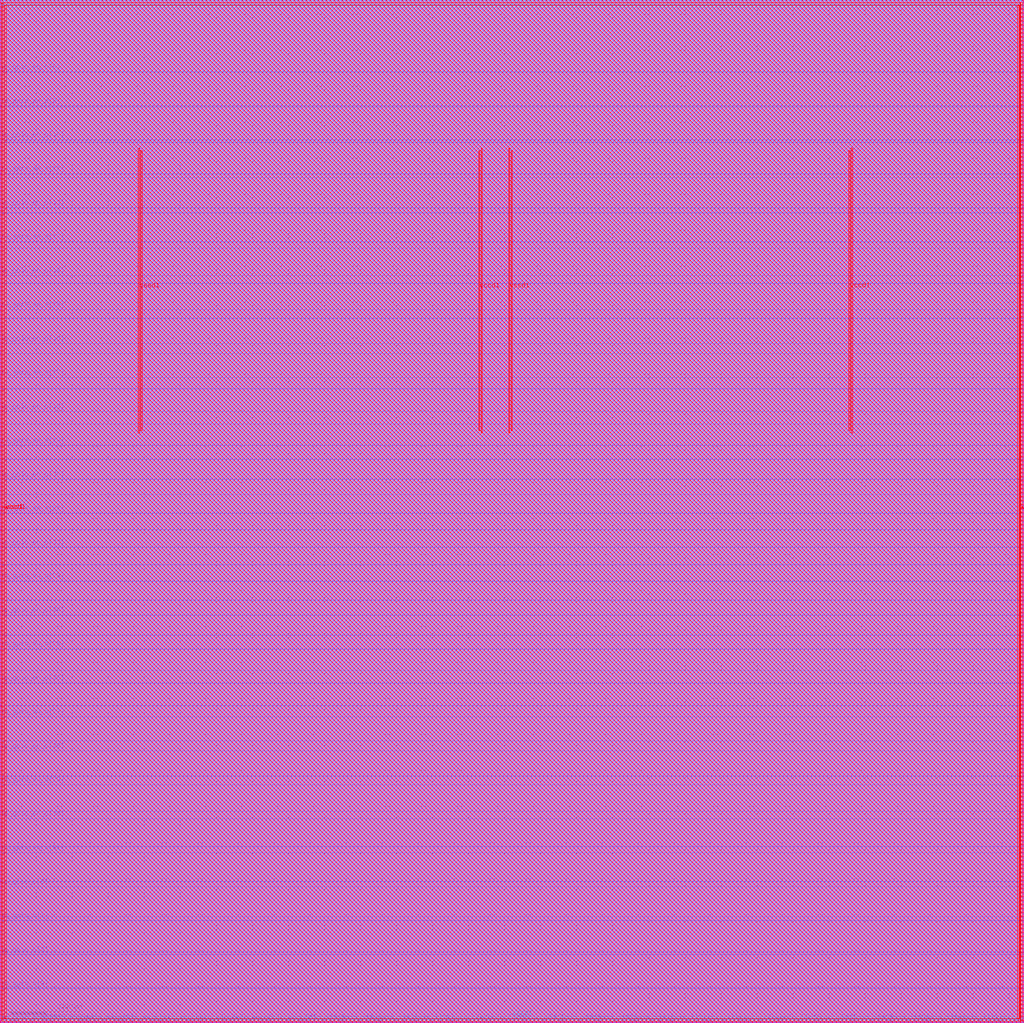
<source format=lef>
##
## LEF for PtnCells ;
## created by Innovus v20.10-p004_1 on Sat May 28 03:17:24 2022
##

VERSION 5.8 ;

BUSBITCHARS "[]" ;
DIVIDERCHAR "/" ;

MACRO Caravel_Top
  CLASS BLOCK ;
  SIZE 1420.020000 BY 1419.840000 ;
  FOREIGN Caravel_Top 0.000000 0.000000 ;
  ORIGIN 0 0 ;
  SYMMETRY X Y R90 ;
  PIN clock
    DIRECTION INPUT ;
    USE SIGNAL ;
    ANTENNAPARTIALMETALAREA 91.8281 LAYER met2  ;
    ANTENNAPARTIALMETALSIDEAREA 458.979 LAYER met2  ;
    ANTENNAPARTIALCUTAREA 0.04 LAYER via2  ;
    ANTENNAPARTIALMETALAREA 115.837 LAYER met3  ;
    ANTENNAPARTIALMETALSIDEAREA 618.264 LAYER met3  ;
    ANTENNAPARTIALCUTAREA 0.04 LAYER via3  ;
    ANTENNAPARTIALMETALAREA 2.9322 LAYER met4  ;
    ANTENNAPARTIALMETALSIDEAREA 19.872 LAYER met4  ;
    ANTENNAMODEL OXIDE1 ;
    ANTENNAGATEAREA 2.13 LAYER met4  ;
    ANTENNAMAXAREACAR 77.7541 LAYER met4  ;
    ANTENNAMAXSIDEAREACAR 406.6 LAYER met4  ;
    ANTENNAMAXCUTCAR 0.402347 LAYER via4  ;
    PORT
      LAYER met2 ;
        RECT 0.620000 1419.350000 0.760000 1419.840000 ;
    END
  END clock
  PIN reset
    DIRECTION INPUT ;
    USE SIGNAL ;
    ANTENNAPARTIALMETALAREA 85.8599 LAYER met2  ;
    ANTENNAPARTIALMETALSIDEAREA 429.138 LAYER met2  ;
    ANTENNAPARTIALCUTAREA 0.04 LAYER via2  ;
    ANTENNAPARTIALMETALAREA 0.255 LAYER met3  ;
    ANTENNAPARTIALMETALSIDEAREA 1.808 LAYER met3  ;
    ANTENNAPARTIALCUTAREA 0.04 LAYER via3  ;
    ANTENNAPARTIALMETALAREA 25.5396 LAYER met4  ;
    ANTENNAPARTIALMETALSIDEAREA 137.152 LAYER met4  ;
    ANTENNAMODEL OXIDE1 ;
    ANTENNAGATEAREA 2.832 LAYER met4  ;
    ANTENNAMAXAREACAR 91.1497 LAYER met4  ;
    ANTENNAMAXSIDEAREACAR 473.765 LAYER met4  ;
    ANTENNAMAXCUTCAR 0.809397 LAYER via4  ;
    PORT
      LAYER met2 ;
        RECT 51.290000 1419.350000 51.430000 1419.840000 ;
    END
  END reset
  PIN io_gpio_o[31]
    DIRECTION OUTPUT ;
    USE SIGNAL ;
    ANTENNAPARTIALMETALAREA 58.8971 LAYER met2  ;
    ANTENNAPARTIALMETALSIDEAREA 294.206 LAYER met2  ;
    ANTENNAPARTIALCUTAREA 0.04 LAYER via2  ;
    ANTENNAPARTIALMETALAREA 0.676 LAYER met3  ;
    ANTENNAPARTIALMETALSIDEAREA 4.072 LAYER met3  ;
    ANTENNAPARTIALCUTAREA 0.04 LAYER via3  ;
    ANTENNADIFFAREA 0.7952 LAYER met4  ;
    ANTENNAPARTIALMETALAREA 58.1538 LAYER met4  ;
    ANTENNAPARTIALMETALSIDEAREA 310.624 LAYER met4  ;
    PORT
      LAYER met2 ;
        RECT 101.960000 1419.350000 102.100000 1419.840000 ;
    END
  END io_gpio_o[31]
  PIN io_gpio_o[30]
    DIRECTION OUTPUT ;
    USE SIGNAL ;
    ANTENNAPARTIALMETALAREA 33.0104 LAYER met2  ;
    ANTENNAPARTIALMETALSIDEAREA 164.773 LAYER met2  ;
    ANTENNAPARTIALCUTAREA 0.04 LAYER via2  ;
    ANTENNADIFFAREA 0.891 LAYER met3  ;
    ANTENNAPARTIALMETALAREA 34.5936 LAYER met3  ;
    ANTENNAPARTIALMETALSIDEAREA 185.44 LAYER met3  ;
    ANTENNAMODEL OXIDE1 ;
    ANTENNAGATEAREA 0.99 LAYER met3  ;
    ANTENNAMAXAREACAR 43.5263 LAYER met3  ;
    ANTENNAMAXSIDEAREACAR 227.499 LAYER met3  ;
    ANTENNAMAXCUTCAR 0.369293 LAYER via3  ;
    PORT
      LAYER met2 ;
        RECT 152.625000 1419.350000 152.765000 1419.840000 ;
    END
  END io_gpio_o[30]
  PIN io_gpio_o[29]
    DIRECTION OUTPUT ;
    USE SIGNAL ;
    ANTENNAPARTIALMETALAREA 27.2809 LAYER met2  ;
    ANTENNAPARTIALMETALSIDEAREA 136.126 LAYER met2  ;
    ANTENNAPARTIALCUTAREA 0.04 LAYER via2  ;
    ANTENNAPARTIALMETALAREA 1.021 LAYER met3  ;
    ANTENNAPARTIALMETALSIDEAREA 5.912 LAYER met3  ;
    ANTENNAPARTIALCUTAREA 0.04 LAYER via3  ;
    ANTENNADIFFAREA 0.7952 LAYER met4  ;
    ANTENNAPARTIALMETALAREA 128.108 LAYER met4  ;
    ANTENNAPARTIALMETALSIDEAREA 683.712 LAYER met4  ;
    ANTENNAMODEL OXIDE1 ;
    ANTENNAGATEAREA 0.99 LAYER met4  ;
    ANTENNAMAXAREACAR 195.363 LAYER met4  ;
    ANTENNAMAXSIDEAREACAR 1035 LAYER met4  ;
    ANTENNAMAXCUTCAR 0.500606 LAYER via4  ;
    PORT
      LAYER met2 ;
        RECT 203.290000 1419.350000 203.430000 1419.840000 ;
    END
  END io_gpio_o[29]
  PIN io_gpio_o[28]
    DIRECTION OUTPUT ;
    USE SIGNAL ;
    ANTENNAPARTIALMETALAREA 26.9302 LAYER met2  ;
    ANTENNAPARTIALMETALSIDEAREA 134.372 LAYER met2  ;
    ANTENNAPARTIALCUTAREA 0.04 LAYER via2  ;
    ANTENNAPARTIALMETALAREA 1.918 LAYER met3  ;
    ANTENNAPARTIALMETALSIDEAREA 10.696 LAYER met3  ;
    ANTENNAPARTIALCUTAREA 0.04 LAYER via3  ;
    ANTENNADIFFAREA 0.891 LAYER met4  ;
    ANTENNAPARTIALMETALAREA 131.012 LAYER met4  ;
    ANTENNAPARTIALMETALSIDEAREA 699.2 LAYER met4  ;
    PORT
      LAYER met2 ;
        RECT 253.955000 1419.350000 254.095000 1419.840000 ;
    END
  END io_gpio_o[28]
  PIN io_gpio_o[27]
    DIRECTION OUTPUT ;
    USE SIGNAL ;
    ANTENNAPARTIALMETALAREA 87.8113 LAYER met2  ;
    ANTENNAPARTIALMETALSIDEAREA 438.777 LAYER met2  ;
    ANTENNAPARTIALCUTAREA 0.04 LAYER via2  ;
    ANTENNAPARTIALMETALAREA 10.033 LAYER met3  ;
    ANTENNAPARTIALMETALSIDEAREA 53.976 LAYER met3  ;
    ANTENNAPARTIALCUTAREA 0.04 LAYER via3  ;
    ANTENNADIFFAREA 0.891 LAYER met4  ;
    ANTENNAPARTIALMETALAREA 15.1728 LAYER met4  ;
    ANTENNAPARTIALMETALSIDEAREA 81.392 LAYER met4  ;
    PORT
      LAYER met2 ;
        RECT 304.620000 1419.350000 304.760000 1419.840000 ;
    END
  END io_gpio_o[27]
  PIN io_gpio_o[26]
    DIRECTION OUTPUT ;
    USE SIGNAL ;
    ANTENNAPARTIALMETALAREA 82.464 LAYER met2  ;
    ANTENNAPARTIALMETALSIDEAREA 412.041 LAYER met2  ;
    ANTENNAPARTIALCUTAREA 0.04 LAYER via2  ;
    ANTENNAPARTIALMETALAREA 2.953 LAYER met3  ;
    ANTENNAPARTIALMETALSIDEAREA 16.216 LAYER met3  ;
    ANTENNAPARTIALCUTAREA 0.04 LAYER via3  ;
    ANTENNADIFFAREA 0.7952 LAYER met4  ;
    ANTENNAPARTIALMETALAREA 30.6876 LAYER met4  ;
    ANTENNAPARTIALMETALSIDEAREA 164.608 LAYER met4  ;
    ANTENNAMODEL OXIDE1 ;
    ANTENNAGATEAREA 0.99 LAYER met4  ;
    ANTENNAMAXAREACAR 75.0334 LAYER met4  ;
    ANTENNAMAXSIDEAREACAR 391.317 LAYER met4  ;
    ANTENNAMAXCUTCAR 0.379394 LAYER via4  ;
    PORT
      LAYER met2 ;
        RECT 355.285000 1419.350000 355.425000 1419.840000 ;
    END
  END io_gpio_o[26]
  PIN io_gpio_o[25]
    DIRECTION OUTPUT ;
    USE SIGNAL ;
    ANTENNAPARTIALMETALAREA 70.5577 LAYER met2  ;
    ANTENNAPARTIALMETALSIDEAREA 352.509 LAYER met2  ;
    ANTENNAPARTIALCUTAREA 0.04 LAYER via2  ;
    ANTENNAPARTIALMETALAREA 0.745 LAYER met3  ;
    ANTENNAPARTIALMETALSIDEAREA 4.44 LAYER met3  ;
    ANTENNAPARTIALCUTAREA 0.04 LAYER via3  ;
    ANTENNADIFFAREA 0.7952 LAYER met4  ;
    ANTENNAPARTIALMETALAREA 49.8306 LAYER met4  ;
    ANTENNAPARTIALMETALSIDEAREA 266.704 LAYER met4  ;
    ANTENNAMODEL OXIDE1 ;
    ANTENNAGATEAREA 0.99 LAYER met4  ;
    ANTENNAMAXAREACAR 84.8703 LAYER met4  ;
    ANTENNAMAXSIDEAREACAR 447.539 LAYER met4  ;
    ANTENNAMAXCUTCAR 0.500606 LAYER via4  ;
    PORT
      LAYER met2 ;
        RECT 405.950000 1419.350000 406.090000 1419.840000 ;
    END
  END io_gpio_o[25]
  PIN io_gpio_o[24]
    DIRECTION OUTPUT ;
    USE SIGNAL ;
    ANTENNAPARTIALMETALAREA 27.0284 LAYER met2  ;
    ANTENNAPARTIALMETALSIDEAREA 134.981 LAYER met2  ;
    ANTENNAPARTIALCUTAREA 0.04 LAYER via2  ;
    ANTENNAPARTIALMETALAREA 67.054 LAYER met3  ;
    ANTENNAPARTIALMETALSIDEAREA 358.088 LAYER met3  ;
    ANTENNAPARTIALCUTAREA 0.04 LAYER via3  ;
    ANTENNADIFFAREA 0.7952 LAYER met4  ;
    ANTENNAPARTIALMETALAREA 133.781 LAYER met4  ;
    ANTENNAPARTIALMETALSIDEAREA 713.968 LAYER met4  ;
    PORT
      LAYER met2 ;
        RECT 456.615000 1419.350000 456.755000 1419.840000 ;
    END
  END io_gpio_o[24]
  PIN io_gpio_o[23]
    DIRECTION OUTPUT ;
    USE SIGNAL ;
    ANTENNAPARTIALMETALAREA 87.8533 LAYER met2  ;
    ANTENNAPARTIALMETALSIDEAREA 438.987 LAYER met2  ;
    ANTENNAPARTIALCUTAREA 0.04 LAYER via2  ;
    ANTENNAPARTIALMETALAREA 12.448 LAYER met3  ;
    ANTENNAPARTIALMETALSIDEAREA 66.856 LAYER met3  ;
    ANTENNAPARTIALCUTAREA 0.04 LAYER via3  ;
    ANTENNADIFFAREA 0.7952 LAYER met4  ;
    ANTENNAPARTIALMETALAREA 35.4936 LAYER met4  ;
    ANTENNAPARTIALMETALSIDEAREA 190.24 LAYER met4  ;
    ANTENNAMODEL OXIDE1 ;
    ANTENNAGATEAREA 0.99 LAYER met4  ;
    ANTENNAMAXAREACAR 125.717 LAYER met4  ;
    ANTENNAMAXSIDEAREACAR 667.144 LAYER met4  ;
    ANTENNAMAXCUTCAR 0.621818 LAYER via4  ;
    PORT
      LAYER met2 ;
        RECT 507.280000 1419.350000 507.420000 1419.840000 ;
    END
  END io_gpio_o[23]
  PIN io_gpio_o[22]
    DIRECTION OUTPUT ;
    USE SIGNAL ;
    ANTENNAPARTIALMETALAREA 86.2104 LAYER met2  ;
    ANTENNAPARTIALMETALSIDEAREA 430.773 LAYER met2  ;
    ANTENNAPARTIALCUTAREA 0.04 LAYER via2  ;
    ANTENNAPARTIALMETALAREA 31.333 LAYER met3  ;
    ANTENNAPARTIALMETALSIDEAREA 167.576 LAYER met3  ;
    ANTENNAPARTIALCUTAREA 0.04 LAYER via3  ;
    ANTENNADIFFAREA 0.7952 LAYER met4  ;
    ANTENNAPARTIALMETALAREA 44.0466 LAYER met4  ;
    ANTENNAPARTIALMETALSIDEAREA 235.856 LAYER met4  ;
    ANTENNAMODEL OXIDE1 ;
    ANTENNAGATEAREA 0.99 LAYER met4  ;
    ANTENNAMAXAREACAR 95.9473 LAYER met4  ;
    ANTENNAMAXSIDEAREACAR 508.187 LAYER met4  ;
    ANTENNAMAXCUTCAR 0.54101 LAYER via4  ;
    PORT
      LAYER met2 ;
        RECT 557.945000 1419.350000 558.085000 1419.840000 ;
    END
  END io_gpio_o[22]
  PIN io_gpio_o[21]
    DIRECTION OUTPUT ;
    USE SIGNAL ;
    ANTENNAPARTIALMETALAREA 87.2079 LAYER met2  ;
    ANTENNAPARTIALMETALSIDEAREA 435.76 LAYER met2  ;
    ANTENNAPARTIALCUTAREA 0.04 LAYER via2  ;
    ANTENNAPARTIALMETALAREA 1.159 LAYER met3  ;
    ANTENNAPARTIALMETALSIDEAREA 6.648 LAYER met3  ;
    ANTENNAPARTIALCUTAREA 0.04 LAYER via3  ;
    ANTENNADIFFAREA 0.3834 LAYER met4  ;
    ANTENNAPARTIALMETALAREA 21.6738 LAYER met4  ;
    ANTENNAPARTIALMETALSIDEAREA 116.064 LAYER met4  ;
    PORT
      LAYER met2 ;
        RECT 608.610000 1419.350000 608.750000 1419.840000 ;
    END
  END io_gpio_o[21]
  PIN io_gpio_o[20]
    DIRECTION OUTPUT ;
    USE SIGNAL ;
    ANTENNAPARTIALMETALAREA 86.8152 LAYER met2  ;
    ANTENNAPARTIALMETALSIDEAREA 433.797 LAYER met2  ;
    ANTENNAPARTIALCUTAREA 0.04 LAYER via2  ;
    ANTENNAPARTIALMETALAREA 1.366 LAYER met3  ;
    ANTENNAPARTIALMETALSIDEAREA 7.752 LAYER met3  ;
    ANTENNAPARTIALCUTAREA 0.04 LAYER via3  ;
    ANTENNADIFFAREA 0.3834 LAYER met4  ;
    ANTENNAPARTIALMETALAREA 23.4558 LAYER met4  ;
    ANTENNAPARTIALMETALSIDEAREA 125.568 LAYER met4  ;
    PORT
      LAYER met2 ;
        RECT 659.275000 1419.350000 659.415000 1419.840000 ;
    END
  END io_gpio_o[20]
  PIN io_gpio_o[19]
    DIRECTION OUTPUT ;
    USE SIGNAL ;
    ANTENNAPARTIALMETALAREA 28.0343 LAYER met2  ;
    ANTENNAPARTIALMETALSIDEAREA 140.01 LAYER met2  ;
    ANTENNAPARTIALCUTAREA 0.04 LAYER via2  ;
    ANTENNAPARTIALMETALAREA 2.194 LAYER met3  ;
    ANTENNAPARTIALMETALSIDEAREA 12.168 LAYER met3  ;
    ANTENNAPARTIALCUTAREA 0.04 LAYER via3  ;
    ANTENNADIFFAREA 0.3834 LAYER met4  ;
    ANTENNAPARTIALMETALAREA 150.115 LAYER met4  ;
    ANTENNAPARTIALMETALSIDEAREA 801.552 LAYER met4  ;
    PORT
      LAYER met2 ;
        RECT 709.940000 1419.350000 710.080000 1419.840000 ;
    END
  END io_gpio_o[19]
  PIN io_gpio_o[18]
    DIRECTION OUTPUT ;
    USE SIGNAL ;
    ANTENNAPARTIALMETALAREA 26.9332 LAYER met2  ;
    ANTENNAPARTIALMETALSIDEAREA 134.505 LAYER met2  ;
    ANTENNAPARTIALCUTAREA 0.04 LAYER via2  ;
    ANTENNAPARTIALMETALAREA 20.065 LAYER met3  ;
    ANTENNAPARTIALMETALSIDEAREA 107.48 LAYER met3  ;
    ANTENNAPARTIALCUTAREA 0.04 LAYER via3  ;
    ANTENNADIFFAREA 0.7952 LAYER met4  ;
    ANTENNAPARTIALMETALAREA 159.015 LAYER met4  ;
    ANTENNAPARTIALMETALSIDEAREA 852.784 LAYER met4  ;
    ANTENNAMODEL OXIDE1 ;
    ANTENNAGATEAREA 0.99 LAYER met4  ;
    ANTENNAMAXAREACAR 244.267 LAYER met4  ;
    ANTENNAMAXSIDEAREACAR 1302.94 LAYER met4  ;
    ANTENNAMAXCUTCAR 0.692525 LAYER via4  ;
    PORT
      LAYER met2 ;
        RECT 760.605000 1419.350000 760.745000 1419.840000 ;
    END
  END io_gpio_o[18]
  PIN io_gpio_o[17]
    DIRECTION OUTPUT ;
    USE SIGNAL ;
    ANTENNAPARTIALMETALAREA 29.0701 LAYER met2  ;
    ANTENNAPARTIALMETALSIDEAREA 145.072 LAYER met2  ;
    ANTENNAPARTIALCUTAREA 0.04 LAYER via2  ;
    ANTENNAPARTIALMETALAREA 0.4 LAYER met3  ;
    ANTENNAPARTIALMETALSIDEAREA 2.6 LAYER met3  ;
    ANTENNAPARTIALCUTAREA 0.04 LAYER via3  ;
    ANTENNADIFFAREA 0.7952 LAYER met4  ;
    ANTENNAPARTIALMETALAREA 16.9548 LAYER met4  ;
    ANTENNAPARTIALMETALSIDEAREA 90.896 LAYER met4  ;
    PORT
      LAYER met2 ;
        RECT 811.270000 1419.350000 811.410000 1419.840000 ;
    END
  END io_gpio_o[17]
  PIN io_gpio_o[16]
    DIRECTION OUTPUT ;
    USE SIGNAL ;
    ANTENNAPARTIALMETALAREA 27.293 LAYER met2  ;
    ANTENNAPARTIALMETALSIDEAREA 136.304 LAYER met2  ;
    ANTENNAPARTIALCUTAREA 0.04 LAYER via2  ;
    ANTENNAPARTIALMETALAREA 51.253 LAYER met3  ;
    ANTENNAPARTIALMETALSIDEAREA 273.816 LAYER met3  ;
    ANTENNAPARTIALCUTAREA 0.04 LAYER via3  ;
    ANTENNADIFFAREA 0.7952 LAYER met4  ;
    ANTENNAPARTIALMETALAREA 152.797 LAYER met4  ;
    ANTENNAPARTIALMETALSIDEAREA 815.856 LAYER met4  ;
    ANTENNAMODEL OXIDE1 ;
    ANTENNAGATEAREA 0.99 LAYER met4  ;
    ANTENNAMAXAREACAR 218.267 LAYER met4  ;
    ANTENNAMAXSIDEAREACAR 1154.25 LAYER met4  ;
    ANTENNAMAXCUTCAR 0.446734 LAYER via4  ;
    PORT
      LAYER met2 ;
        RECT 861.935000 1419.350000 862.075000 1419.840000 ;
    END
  END io_gpio_o[16]
  PIN io_gpio_o[15]
    DIRECTION OUTPUT ;
    USE SIGNAL ;
    ANTENNADIFFAREA 0.3834 LAYER met2  ;
    ANTENNAPARTIALMETALAREA 73.4759 LAYER met2  ;
    ANTENNAPARTIALMETALSIDEAREA 367.251 LAYER met2  ;
    PORT
      LAYER met2 ;
        RECT 912.600000 1419.350000 912.740000 1419.840000 ;
    END
  END io_gpio_o[15]
  PIN io_gpio_o[14]
    DIRECTION OUTPUT ;
    USE SIGNAL ;
    ANTENNAPARTIALMETALAREA 64.9374 LAYER met2  ;
    ANTENNAPARTIALMETALSIDEAREA 324.408 LAYER met2  ;
    ANTENNAPARTIALCUTAREA 0.04 LAYER via2  ;
    ANTENNAPARTIALMETALAREA 1.435 LAYER met3  ;
    ANTENNAPARTIALMETALSIDEAREA 8.12 LAYER met3  ;
    ANTENNAPARTIALCUTAREA 0.04 LAYER via3  ;
    ANTENNADIFFAREA 0.7952 LAYER met4  ;
    ANTENNAPARTIALMETALAREA 48.2958 LAYER met4  ;
    ANTENNAPARTIALMETALSIDEAREA 258.048 LAYER met4  ;
    ANTENNAMODEL OXIDE1 ;
    ANTENNAGATEAREA 0.7425 LAYER met4  ;
    ANTENNAMAXAREACAR 147.702 LAYER met4  ;
    ANTENNAMAXSIDEAREACAR 780.879 LAYER met4  ;
    ANTENNAMAXCUTCAR 0.584781 LAYER via4  ;
    PORT
      LAYER met2 ;
        RECT 963.265000 1419.350000 963.405000 1419.840000 ;
    END
  END io_gpio_o[14]
  PIN io_gpio_o[13]
    DIRECTION OUTPUT ;
    USE SIGNAL ;
    ANTENNADIFFAREA 0.7952 LAYER met2  ;
    ANTENNAPARTIALMETALAREA 35.2021 LAYER met2  ;
    ANTENNAPARTIALMETALSIDEAREA 175.529 LAYER met2  ;
    ANTENNAMODEL OXIDE1 ;
    ANTENNAGATEAREA 0.7425 LAYER met2  ;
    ANTENNAMAXAREACAR 51.1353 LAYER met2  ;
    ANTENNAMAXSIDEAREACAR 252.816 LAYER met2  ;
    ANTENNAMAXCUTCAR 0.298586 LAYER via2  ;
    PORT
      LAYER met2 ;
        RECT 1013.930000 1419.350000 1014.070000 1419.840000 ;
    END
  END io_gpio_o[13]
  PIN io_gpio_o[12]
    DIRECTION OUTPUT ;
    USE SIGNAL ;
    ANTENNAPARTIALMETALAREA 4.6354 LAYER met2  ;
    ANTENNAPARTIALMETALSIDEAREA 23.016 LAYER met2  ;
    ANTENNAPARTIALCUTAREA 0.04 LAYER via2  ;
    ANTENNAPARTIALMETALAREA 0.2509 LAYER met3  ;
    ANTENNAPARTIALMETALSIDEAREA 1.808 LAYER met3  ;
    ANTENNAPARTIALCUTAREA 0.04 LAYER via3  ;
    ANTENNADIFFAREA 1.2299 LAYER met4  ;
    ANTENNAPARTIALMETALAREA 15.8472 LAYER met4  ;
    ANTENNAPARTIALMETALSIDEAREA 86.4 LAYER met4  ;
    ANTENNAMODEL OXIDE1 ;
    ANTENNAGATEAREA 0.7425 LAYER met4  ;
    ANTENNAMAXAREACAR 139.246 LAYER met4  ;
    ANTENNAMAXSIDEAREACAR 676.562 LAYER met4  ;
    ANTENNAMAXCUTCAR 0.584781 LAYER via4  ;
    PORT
      LAYER met2 ;
        RECT 1064.595000 1419.350000 1064.735000 1419.840000 ;
    END
  END io_gpio_o[12]
  PIN io_gpio_o[11]
    DIRECTION OUTPUT ;
    USE SIGNAL ;
    ANTENNAPARTIALMETALAREA 27.1033 LAYER met2  ;
    ANTENNAPARTIALMETALSIDEAREA 135.355 LAYER met2  ;
    ANTENNAPARTIALCUTAREA 0.04 LAYER via2  ;
    ANTENNAPARTIALMETALAREA 23.446 LAYER met3  ;
    ANTENNAPARTIALMETALSIDEAREA 125.512 LAYER met3  ;
    ANTENNAPARTIALCUTAREA 0.04 LAYER via3  ;
    ANTENNADIFFAREA 0.7952 LAYER met4  ;
    ANTENNAPARTIALMETALAREA 151.164 LAYER met4  ;
    ANTENNAPARTIALMETALSIDEAREA 808.56 LAYER met4  ;
    ANTENNAMODEL OXIDE1 ;
    ANTENNAGATEAREA 0.7425 LAYER met4  ;
    ANTENNAMAXAREACAR 239.014 LAYER met4  ;
    ANTENNAMAXSIDEAREACAR 1274.23 LAYER met4  ;
    ANTENNAMAXCUTCAR 0.530909 LAYER via4  ;
    PORT
      LAYER met2 ;
        RECT 1115.260000 1419.350000 1115.400000 1419.840000 ;
    END
  END io_gpio_o[11]
  PIN io_gpio_o[10]
    DIRECTION OUTPUT ;
    USE SIGNAL ;
    ANTENNADIFFAREA 0.3834 LAYER met2  ;
    ANTENNAPARTIALMETALAREA 96.6044 LAYER met2  ;
    ANTENNAPARTIALMETALSIDEAREA 482.776 LAYER met2  ;
    PORT
      LAYER met2 ;
        RECT 1165.925000 1419.350000 1166.065000 1419.840000 ;
    END
  END io_gpio_o[10]
  PIN io_gpio_o[9]
    DIRECTION OUTPUT ;
    USE SIGNAL ;
    ANTENNADIFFAREA 0.3834 LAYER met2  ;
    ANTENNAPARTIALMETALAREA 93.2777 LAYER met2  ;
    ANTENNAPARTIALMETALSIDEAREA 466.379 LAYER met2  ;
    PORT
      LAYER met2 ;
        RECT 1216.590000 1419.350000 1216.730000 1419.840000 ;
    END
  END io_gpio_o[9]
  PIN io_gpio_o[8]
    DIRECTION OUTPUT ;
    USE SIGNAL ;
    ANTENNADIFFAREA 0.3834 LAYER met2  ;
    ANTENNAPARTIALMETALAREA 90.2507 LAYER met2  ;
    ANTENNAPARTIALMETALSIDEAREA 451.126 LAYER met2  ;
    PORT
      LAYER met2 ;
        RECT 1267.255000 1419.350000 1267.395000 1419.840000 ;
    END
  END io_gpio_o[8]
  PIN io_gpio_o[7]
    DIRECTION OUTPUT ;
    USE SIGNAL ;
    ANTENNAPARTIALMETALAREA 105.367 LAYER met2  ;
    ANTENNAPARTIALMETALSIDEAREA 526.673 LAYER met2  ;
    ANTENNAPARTIALCUTAREA 0.04 LAYER via2  ;
    ANTENNAPARTIALMETALAREA 141.226 LAYER met3  ;
    ANTENNAPARTIALMETALSIDEAREA 753.672 LAYER met3  ;
    ANTENNAPARTIALCUTAREA 0.04 LAYER via3  ;
    ANTENNADIFFAREA 0.7952 LAYER met4  ;
    ANTENNAPARTIALMETALAREA 1.8477 LAYER met4  ;
    ANTENNAPARTIALMETALSIDEAREA 10.32 LAYER met4  ;
    ANTENNAMODEL OXIDE1 ;
    ANTENNAGATEAREA 0.7425 LAYER met4  ;
    ANTENNAMAXAREACAR 35.6911 LAYER met4  ;
    ANTENNAMAXSIDEAREACAR 187.658 LAYER met4  ;
    ANTENNAMAXCUTCAR 0.530909 LAYER via4  ;
    PORT
      LAYER met2 ;
        RECT 1317.920000 1419.350000 1318.060000 1419.840000 ;
    END
  END io_gpio_o[7]
  PIN io_gpio_o[6]
    DIRECTION OUTPUT ;
    USE SIGNAL ;
    ANTENNAPARTIALMETALAREA 104.91 LAYER met2  ;
    ANTENNAPARTIALMETALSIDEAREA 524.391 LAYER met2  ;
    ANTENNAPARTIALCUTAREA 0.04 LAYER via2  ;
    ANTENNAPARTIALMETALAREA 0.538 LAYER met3  ;
    ANTENNAPARTIALMETALSIDEAREA 3.336 LAYER met3  ;
    ANTENNAPARTIALCUTAREA 0.04 LAYER via3  ;
    ANTENNADIFFAREA 0.7952 LAYER met4  ;
    ANTENNAPARTIALMETALAREA 3.6726 LAYER met4  ;
    ANTENNAPARTIALMETALSIDEAREA 22.88 LAYER met4  ;
    ANTENNAMODEL OXIDE1 ;
    ANTENNAGATEAREA 0.7425 LAYER met4  ;
    ANTENNAMAXAREACAR 31.3628 LAYER met4  ;
    ANTENNAMAXSIDEAREACAR 166.269 LAYER met4  ;
    ANTENNAMAXCUTCAR 0.94505 LAYER via4  ;
    PORT
      LAYER met2 ;
        RECT 1368.590000 1419.350000 1368.730000 1419.840000 ;
    END
  END io_gpio_o[6]
  PIN io_gpio_o[5]
    DIRECTION OUTPUT ;
    USE SIGNAL ;
    ANTENNAPARTIALMETALAREA 100.789 LAYER met2  ;
    ANTENNAPARTIALMETALSIDEAREA 503.667 LAYER met2  ;
    ANTENNAPARTIALCUTAREA 0.04 LAYER via2  ;
    ANTENNAPARTIALMETALAREA 26.869 LAYER met3  ;
    ANTENNAPARTIALMETALSIDEAREA 143.768 LAYER met3  ;
    ANTENNAPARTIALCUTAREA 0.04 LAYER via3  ;
    ANTENNADIFFAREA 0.7952 LAYER met4  ;
    ANTENNAPARTIALMETALAREA 1.5186 LAYER met4  ;
    ANTENNAPARTIALMETALSIDEAREA 9.04 LAYER met4  ;
    ANTENNAMODEL OXIDE1 ;
    ANTENNAGATEAREA 0.7425 LAYER met4  ;
    ANTENNAMAXAREACAR 39.7592 LAYER met4  ;
    ANTENNAMAXSIDEAREACAR 207.182 LAYER met4  ;
    ANTENNAMAXCUTCAR 0.692525 LAYER via4  ;
    PORT
      LAYER met2 ;
        RECT 1419.260000 1419.350000 1419.400000 1419.840000 ;
    END
  END io_gpio_o[5]
  PIN io_gpio_o[4]
    DIRECTION OUTPUT ;
    USE SIGNAL ;
    ANTENNAPARTIALMETALAREA 108.113 LAYER met1  ;
    ANTENNAPARTIALMETALSIDEAREA 540.456 LAYER met1  ;
    ANTENNAPARTIALCUTAREA 0.0225 LAYER via  ;
    ANTENNAPARTIALMETALAREA 53.3273 LAYER met2  ;
    ANTENNAPARTIALMETALSIDEAREA 266.466 LAYER met2  ;
    ANTENNAPARTIALCUTAREA 0.04 LAYER via2  ;
    ANTENNAPARTIALMETALAREA 0.607 LAYER met3  ;
    ANTENNAPARTIALMETALSIDEAREA 3.704 LAYER met3  ;
    ANTENNAPARTIALCUTAREA 0.04 LAYER via3  ;
    ANTENNADIFFAREA 0.891 LAYER met4  ;
    ANTENNAPARTIALMETALAREA 86.4078 LAYER met4  ;
    ANTENNAPARTIALMETALSIDEAREA 461.312 LAYER met4  ;
    ANTENNAMODEL OXIDE1 ;
    ANTENNAGATEAREA 0.7425 LAYER met4  ;
    ANTENNAMAXAREACAR 144.166 LAYER met4  ;
    ANTENNAMAXSIDEAREACAR 759.807 LAYER met4  ;
    ANTENNAMAXCUTCAR 0.604983 LAYER via4  ;
    PORT
      LAYER met1 ;
        RECT 0.000000 0.270000 0.600000 0.410000 ;
    END
  END io_gpio_o[4]
  PIN io_gpio_o[3]
    DIRECTION OUTPUT ;
    USE SIGNAL ;
    ANTENNAPARTIALMETALAREA 105.83 LAYER met1  ;
    ANTENNAPARTIALMETALSIDEAREA 529.042 LAYER met1  ;
    ANTENNAPARTIALCUTAREA 0.0225 LAYER via  ;
    ANTENNAPARTIALMETALAREA 44.0831 LAYER met2  ;
    ANTENNAPARTIALMETALSIDEAREA 220.244 LAYER met2  ;
    ANTENNAPARTIALCUTAREA 0.04 LAYER via2  ;
    ANTENNAPARTIALMETALAREA 2.125 LAYER met3  ;
    ANTENNAPARTIALMETALSIDEAREA 11.8 LAYER met3  ;
    ANTENNAPARTIALCUTAREA 0.04 LAYER via3  ;
    ANTENNADIFFAREA 0.891 LAYER met4  ;
    ANTENNAPARTIALMETALAREA 98.5884 LAYER met4  ;
    ANTENNAPARTIALMETALSIDEAREA 527.216 LAYER met4  ;
    ANTENNAMODEL OXIDE1 ;
    ANTENNAGATEAREA 0.7425 LAYER met4  ;
    ANTENNAMAXAREACAR 145.443 LAYER met4  ;
    ANTENNAMAXSIDEAREACAR 773.995 LAYER met4  ;
    ANTENNAMAXCUTCAR 0.692525 LAYER via4  ;
    PORT
      LAYER met1 ;
        RECT 0.000000 47.385000 0.600000 47.525000 ;
    END
  END io_gpio_o[3]
  PIN io_gpio_o[2]
    DIRECTION OUTPUT ;
    USE SIGNAL ;
    ANTENNAPARTIALMETALAREA 110.071 LAYER met1  ;
    ANTENNAPARTIALMETALSIDEAREA 550.249 LAYER met1  ;
    ANTENNAPARTIALCUTAREA 0.0225 LAYER via  ;
    ANTENNAPARTIALMETALAREA 50.5707 LAYER met2  ;
    ANTENNAPARTIALMETALSIDEAREA 252.682 LAYER met2  ;
    ANTENNAPARTIALCUTAREA 0.04 LAYER via2  ;
    ANTENNAPARTIALMETALAREA 0.676 LAYER met3  ;
    ANTENNAPARTIALMETALSIDEAREA 4.072 LAYER met3  ;
    ANTENNAPARTIALCUTAREA 0.04 LAYER via3  ;
    ANTENNADIFFAREA 0.891 LAYER met4  ;
    ANTENNAPARTIALMETALAREA 68.0358 LAYER met4  ;
    ANTENNAPARTIALMETALSIDEAREA 363.328 LAYER met4  ;
    ANTENNAMODEL OXIDE1 ;
    ANTENNAGATEAREA 0.2475 LAYER met4  ;
    ANTENNAMAXAREACAR 280.26 LAYER met4  ;
    ANTENNAMAXSIDEAREACAR 1494.5 LAYER met4  ;
    ANTENNAMAXCUTCAR 0.530909 LAYER via4  ;
    PORT
      LAYER met1 ;
        RECT 0.000000 94.500000 0.600000 94.640000 ;
    END
  END io_gpio_o[2]
  PIN io_gpio_o[1]
    DIRECTION OUTPUT ;
    USE SIGNAL ;
    ANTENNAPARTIALMETALAREA 111.367 LAYER met1  ;
    ANTENNAPARTIALMETALSIDEAREA 556.727 LAYER met1  ;
    ANTENNAPARTIALCUTAREA 0.0225 LAYER via  ;
    ANTENNADIFFAREA 0.7952 LAYER met2  ;
    ANTENNAPARTIALMETALAREA 75.4574 LAYER met2  ;
    ANTENNAPARTIALMETALSIDEAREA 376.845 LAYER met2  ;
    ANTENNAMODEL OXIDE1 ;
    ANTENNAGATEAREA 0.7425 LAYER met2  ;
    ANTENNAMAXAREACAR 112.738 LAYER met2  ;
    ANTENNAMAXSIDEAREACAR 558.923 LAYER met2  ;
    ANTENNAMAXCUTCAR 0.207677 LAYER via2  ;
    PORT
      LAYER met1 ;
        RECT 0.000000 141.615000 0.600000 141.755000 ;
    END
  END io_gpio_o[1]
  PIN io_gpio_o[0]
    DIRECTION OUTPUT ;
    USE SIGNAL ;
    ANTENNAPARTIALMETALAREA 112.953 LAYER met1  ;
    ANTENNAPARTIALMETALSIDEAREA 564.655 LAYER met1  ;
    ANTENNAPARTIALCUTAREA 0.0225 LAYER via  ;
    ANTENNADIFFAREA 0.7952 LAYER met2  ;
    ANTENNAPARTIALMETALAREA 71.6452 LAYER met2  ;
    ANTENNAPARTIALMETALSIDEAREA 357.882 LAYER met2  ;
    ANTENNAMODEL OXIDE1 ;
    ANTENNAGATEAREA 0.7425 LAYER met2  ;
    ANTENNAMAXAREACAR 100.807 LAYER met2  ;
    ANTENNAMAXSIDEAREACAR 499.14 LAYER met2  ;
    ANTENNAMAXCUTCAR 0.207677 LAYER via2  ;
    PORT
      LAYER met1 ;
        RECT 0.000000 188.730000 0.600000 188.870000 ;
    END
  END io_gpio_o[0]
  PIN io_gpio_en_o[31]
    DIRECTION OUTPUT ;
    USE SIGNAL ;
    ANTENNAPARTIALMETALAREA 108.745 LAYER met1  ;
    ANTENNAPARTIALMETALSIDEAREA 543.617 LAYER met1  ;
    ANTENNAPARTIALCUTAREA 0.0225 LAYER via  ;
    ANTENNAPARTIALMETALAREA 30.8853 LAYER met2  ;
    ANTENNAPARTIALMETALSIDEAREA 154.256 LAYER met2  ;
    ANTENNAPARTIALCUTAREA 0.04 LAYER via2  ;
    ANTENNAPARTIALMETALAREA 0.538 LAYER met3  ;
    ANTENNAPARTIALMETALSIDEAREA 3.336 LAYER met3  ;
    ANTENNAPARTIALCUTAREA 0.04 LAYER via3  ;
    ANTENNADIFFAREA 0.7952 LAYER met4  ;
    ANTENNAPARTIALMETALAREA 90.0297 LAYER met4  ;
    ANTENNAPARTIALMETALSIDEAREA 480.624 LAYER met4  ;
    ANTENNAMODEL OXIDE1 ;
    ANTENNAGATEAREA 0.99 LAYER met4  ;
    ANTENNAMAXAREACAR 113.812 LAYER met4  ;
    ANTENNAMAXSIDEAREACAR 601.637 LAYER met4  ;
    ANTENNAMAXCUTCAR 0.460202 LAYER via4  ;
    PORT
      LAYER met1 ;
        RECT 0.000000 235.845000 0.600000 235.985000 ;
    END
  END io_gpio_en_o[31]
  PIN io_gpio_en_o[30]
    DIRECTION OUTPUT ;
    USE SIGNAL ;
    ANTENNAPARTIALMETALAREA 109.105 LAYER met1  ;
    ANTENNAPARTIALMETALSIDEAREA 545.419 LAYER met1  ;
    ANTENNAPARTIALCUTAREA 0.0225 LAYER via  ;
    ANTENNAPARTIALMETALAREA 24.4117 LAYER met2  ;
    ANTENNAPARTIALMETALSIDEAREA 121.888 LAYER met2  ;
    ANTENNAPARTIALCUTAREA 0.04 LAYER via2  ;
    ANTENNAPARTIALMETALAREA 0.469 LAYER met3  ;
    ANTENNAPARTIALMETALSIDEAREA 2.968 LAYER met3  ;
    ANTENNAPARTIALCUTAREA 0.04 LAYER via3  ;
    ANTENNADIFFAREA 0.7952 LAYER met4  ;
    ANTENNAPARTIALMETALAREA 97.1088 LAYER met4  ;
    ANTENNAPARTIALMETALSIDEAREA 518.384 LAYER met4  ;
    ANTENNAMODEL OXIDE1 ;
    ANTENNAGATEAREA 0.9885 LAYER met4  ;
    ANTENNAMAXAREACAR 123.57 LAYER met4  ;
    ANTENNAMAXSIDEAREACAR 653.778 LAYER met4  ;
    ANTENNAMAXCUTCAR 0.421926 LAYER via4  ;
    PORT
      LAYER met1 ;
        RECT 0.000000 282.960000 0.600000 283.100000 ;
    END
  END io_gpio_en_o[30]
  PIN io_gpio_en_o[29]
    DIRECTION OUTPUT ;
    USE SIGNAL ;
    ANTENNAPARTIALMETALAREA 61.3031 LAYER met1  ;
    ANTENNAPARTIALMETALSIDEAREA 306.408 LAYER met1  ;
    ANTENNAPARTIALCUTAREA 0.0225 LAYER via  ;
    ANTENNAPARTIALMETALAREA 5.4277 LAYER met2  ;
    ANTENNAPARTIALMETALSIDEAREA 26.9675 LAYER met2  ;
    ANTENNAPARTIALCUTAREA 0.04 LAYER via2  ;
    ANTENNAPARTIALMETALAREA 94.999 LAYER met3  ;
    ANTENNAPARTIALMETALSIDEAREA 507.128 LAYER met3  ;
    ANTENNAPARTIALCUTAREA 0.04 LAYER via3  ;
    ANTENNADIFFAREA 0.891 LAYER met4  ;
    ANTENNAPARTIALMETALAREA 147.452 LAYER met4  ;
    ANTENNAPARTIALMETALSIDEAREA 786.88 LAYER met4  ;
    ANTENNAMODEL OXIDE1 ;
    ANTENNAGATEAREA 0.9885 LAYER met4  ;
    ANTENNAMAXAREACAR 185.406 LAYER met4  ;
    ANTENNAMAXSIDEAREACAR 983.31 LAYER met4  ;
    ANTENNAMAXCUTCAR 0.500667 LAYER via4  ;
    PORT
      LAYER met1 ;
        RECT 0.000000 330.075000 0.600000 330.215000 ;
    END
  END io_gpio_en_o[29]
  PIN io_gpio_en_o[28]
    DIRECTION OUTPUT ;
    USE SIGNAL ;
    ANTENNAPARTIALMETALAREA 60.1362 LAYER met1  ;
    ANTENNAPARTIALMETALSIDEAREA 300.573 LAYER met1  ;
    ANTENNAPARTIALCUTAREA 0.0225 LAYER via  ;
    ANTENNAPARTIALMETALAREA 0.7909 LAYER met2  ;
    ANTENNAPARTIALMETALSIDEAREA 3.7835 LAYER met2  ;
    ANTENNAPARTIALCUTAREA 0.04 LAYER via2  ;
    ANTENNAPARTIALMETALAREA 107.332 LAYER met3  ;
    ANTENNAPARTIALMETALSIDEAREA 572.904 LAYER met3  ;
    ANTENNAPARTIALCUTAREA 0.04 LAYER via3  ;
    ANTENNADIFFAREA 0.891 LAYER met4  ;
    ANTENNAPARTIALMETALAREA 111.002 LAYER met4  ;
    ANTENNAPARTIALMETALSIDEAREA 592.48 LAYER met4  ;
    ANTENNAMODEL OXIDE1 ;
    ANTENNAGATEAREA 0.99 LAYER met4  ;
    ANTENNAMAXAREACAR 157.021 LAYER met4  ;
    ANTENNAMAXSIDEAREACAR 829.515 LAYER met4  ;
    ANTENNAMAXCUTCAR 0.409697 LAYER via4  ;
    PORT
      LAYER met1 ;
        RECT 0.000000 377.190000 0.600000 377.330000 ;
    END
  END io_gpio_en_o[28]
  PIN io_gpio_en_o[27]
    DIRECTION OUTPUT ;
    USE SIGNAL ;
    ANTENNAPARTIALMETALAREA 59.8527 LAYER met1  ;
    ANTENNAPARTIALMETALSIDEAREA 299.155 LAYER met1  ;
    ANTENNAPARTIALCUTAREA 0.0225 LAYER via  ;
    ANTENNAPARTIALMETALAREA 5.1393 LAYER met2  ;
    ANTENNAPARTIALMETALSIDEAREA 25.5255 LAYER met2  ;
    ANTENNAPARTIALCUTAREA 0.04 LAYER via2  ;
    ANTENNAPARTIALMETALAREA 74.416 LAYER met3  ;
    ANTENNAPARTIALMETALSIDEAREA 397.352 LAYER met3  ;
    ANTENNAPARTIALCUTAREA 0.04 LAYER via3  ;
    ANTENNADIFFAREA 0.7952 LAYER met4  ;
    ANTENNAPARTIALMETALAREA 81.5376 LAYER met4  ;
    ANTENNAPARTIALMETALSIDEAREA 435.808 LAYER met4  ;
    ANTENNAMODEL OXIDE1 ;
    ANTENNAGATEAREA 0.99 LAYER met4  ;
    ANTENNAMAXAREACAR 92.2885 LAYER met4  ;
    ANTENNAMAXSIDEAREACAR 488.102 LAYER met4  ;
    ANTENNAMAXCUTCAR 0.288485 LAYER via4  ;
    PORT
      LAYER met1 ;
        RECT 0.000000 424.305000 0.600000 424.445000 ;
    END
  END io_gpio_en_o[27]
  PIN io_gpio_en_o[26]
    DIRECTION OUTPUT ;
    USE SIGNAL ;
    ANTENNAPARTIALMETALAREA 59.7442 LAYER met1  ;
    ANTENNAPARTIALMETALSIDEAREA 298.613 LAYER met1  ;
    ANTENNAPARTIALCUTAREA 0.0225 LAYER via  ;
    ANTENNAPARTIALMETALAREA 2.7173 LAYER met2  ;
    ANTENNAPARTIALMETALSIDEAREA 13.4155 LAYER met2  ;
    ANTENNAPARTIALCUTAREA 0.04 LAYER via2  ;
    ANTENNAPARTIALMETALAREA 105.013 LAYER met3  ;
    ANTENNAPARTIALMETALSIDEAREA 560.536 LAYER met3  ;
    ANTENNAPARTIALCUTAREA 0.04 LAYER via3  ;
    ANTENNADIFFAREA 0.7952 LAYER met4  ;
    ANTENNAPARTIALMETALAREA 68.6568 LAYER met4  ;
    ANTENNAPARTIALMETALSIDEAREA 366.64 LAYER met4  ;
    ANTENNAMODEL OXIDE1 ;
    ANTENNAGATEAREA 0.99 LAYER met4  ;
    ANTENNAMAXAREACAR 97.3599 LAYER met4  ;
    ANTENNAMAXSIDEAREACAR 505.842 LAYER met4  ;
    ANTENNAMAXCUTCAR 0.379394 LAYER via4  ;
    PORT
      LAYER met1 ;
        RECT 0.000000 471.420000 0.600000 471.560000 ;
    END
  END io_gpio_en_o[26]
  PIN io_gpio_en_o[25]
    DIRECTION OUTPUT ;
    USE SIGNAL ;
    ANTENNAPARTIALMETALAREA 59.7631 LAYER met1  ;
    ANTENNAPARTIALMETALSIDEAREA 298.707 LAYER met1  ;
    ANTENNAPARTIALCUTAREA 0.0225 LAYER via  ;
    ANTENNAPARTIALMETALAREA 2.6571 LAYER met2  ;
    ANTENNAPARTIALMETALSIDEAREA 13.1145 LAYER met2  ;
    ANTENNAPARTIALCUTAREA 0.04 LAYER via2  ;
    ANTENNAPARTIALMETALAREA 69.889 LAYER met3  ;
    ANTENNAPARTIALMETALSIDEAREA 373.208 LAYER met3  ;
    ANTENNAPARTIALCUTAREA 0.04 LAYER via3  ;
    ANTENNADIFFAREA 0.3834 LAYER met4  ;
    ANTENNAPARTIALMETALAREA 16.2228 LAYER met4  ;
    ANTENNAPARTIALMETALSIDEAREA 86.992 LAYER met4  ;
    PORT
      LAYER met1 ;
        RECT 0.000000 518.535000 0.600000 518.675000 ;
    END
  END io_gpio_en_o[25]
  PIN io_gpio_en_o[24]
    DIRECTION OUTPUT ;
    USE SIGNAL ;
    ANTENNAPARTIALMETALAREA 60.6878 LAYER met1  ;
    ANTENNAPARTIALMETALSIDEAREA 303.331 LAYER met1  ;
    ANTENNAPARTIALCUTAREA 0.0225 LAYER via  ;
    ANTENNAPARTIALMETALAREA 1.8969 LAYER met2  ;
    ANTENNAPARTIALMETALSIDEAREA 9.3135 LAYER met2  ;
    ANTENNAPARTIALCUTAREA 0.04 LAYER via2  ;
    ANTENNAPARTIALMETALAREA 77.476 LAYER met3  ;
    ANTENNAPARTIALMETALSIDEAREA 413.672 LAYER met3  ;
    ANTENNAPARTIALCUTAREA 0.04 LAYER via3  ;
    ANTENNADIFFAREA 0.3834 LAYER met4  ;
    ANTENNAPARTIALMETALAREA 1.3998 LAYER met4  ;
    ANTENNAPARTIALMETALSIDEAREA 7.936 LAYER met4  ;
    PORT
      LAYER met1 ;
        RECT 0.000000 565.650000 0.600000 565.790000 ;
    END
  END io_gpio_en_o[24]
  PIN io_gpio_en_o[23]
    DIRECTION OUTPUT ;
    USE SIGNAL ;
    ANTENNAPARTIALMETALAREA 59.6238 LAYER met1  ;
    ANTENNAPARTIALMETALSIDEAREA 298.011 LAYER met1  ;
    ANTENNAPARTIALCUTAREA 0.0225 LAYER via  ;
    ANTENNAPARTIALMETALAREA 0.5935 LAYER met2  ;
    ANTENNAPARTIALMETALSIDEAREA 2.7965 LAYER met2  ;
    ANTENNAPARTIALCUTAREA 0.04 LAYER via2  ;
    ANTENNADIFFAREA 0.3834 LAYER met3  ;
    ANTENNAPARTIALMETALAREA 93.6096 LAYER met3  ;
    ANTENNAPARTIALMETALSIDEAREA 500.192 LAYER met3  ;
    PORT
      LAYER met1 ;
        RECT 0.000000 612.760000 0.600000 612.900000 ;
    END
  END io_gpio_en_o[23]
  PIN io_gpio_en_o[22]
    DIRECTION OUTPUT ;
    USE SIGNAL ;
    ANTENNAPARTIALMETALAREA 59.5846 LAYER met1  ;
    ANTENNAPARTIALMETALSIDEAREA 297.815 LAYER met1  ;
    ANTENNAPARTIALCUTAREA 0.0225 LAYER via  ;
    ANTENNAPARTIALMETALAREA 0.5249 LAYER met2  ;
    ANTENNAPARTIALMETALSIDEAREA 2.4535 LAYER met2  ;
    ANTENNAPARTIALCUTAREA 0.04 LAYER via2  ;
    ANTENNADIFFAREA 0.3834 LAYER met3  ;
    ANTENNAPARTIALMETALAREA 81.1866 LAYER met3  ;
    ANTENNAPARTIALMETALSIDEAREA 433.936 LAYER met3  ;
    PORT
      LAYER met1 ;
        RECT 0.000000 659.870000 0.600000 660.010000 ;
    END
  END io_gpio_en_o[22]
  PIN io_gpio_en_o[21]
    DIRECTION OUTPUT ;
    USE SIGNAL ;
    ANTENNAPARTIALMETALAREA 53.3126 LAYER met1  ;
    ANTENNAPARTIALMETALSIDEAREA 266.455 LAYER met1  ;
    ANTENNAPARTIALCUTAREA 0.0225 LAYER via  ;
    ANTENNAPARTIALMETALAREA 0.9225 LAYER met2  ;
    ANTENNAPARTIALMETALSIDEAREA 4.4415 LAYER met2  ;
    ANTENNAPARTIALCUTAREA 0.04 LAYER via2  ;
    ANTENNADIFFAREA 0.3834 LAYER met3  ;
    ANTENNAPARTIALMETALAREA 87.3738 LAYER met3  ;
    ANTENNAPARTIALMETALSIDEAREA 466.464 LAYER met3  ;
    PORT
      LAYER met1 ;
        RECT 0.000000 706.980000 0.600000 707.120000 ;
    END
  END io_gpio_en_o[21]
  PIN io_gpio_en_o[20]
    DIRECTION OUTPUT ;
    USE SIGNAL ;
    ANTENNAPARTIALMETALAREA 41.7696 LAYER met1  ;
    ANTENNAPARTIALMETALSIDEAREA 208.74 LAYER met1  ;
    ANTENNAPARTIALCUTAREA 0.0225 LAYER via  ;
    ANTENNAPARTIALMETALAREA 2.0565 LAYER met2  ;
    ANTENNAPARTIALMETALSIDEAREA 10.1115 LAYER met2  ;
    ANTENNAPARTIALCUTAREA 0.04 LAYER via2  ;
    ANTENNAPARTIALMETALAREA 77.329 LAYER met3  ;
    ANTENNAPARTIALMETALSIDEAREA 412.888 LAYER met3  ;
    ANTENNAPARTIALCUTAREA 0.04 LAYER via3  ;
    ANTENNADIFFAREA 0.3834 LAYER met4  ;
    ANTENNAPARTIALMETALAREA 4.5108 LAYER met4  ;
    ANTENNAPARTIALMETALSIDEAREA 24.528 LAYER met4  ;
    PORT
      LAYER met1 ;
        RECT 0.000000 754.090000 0.600000 754.230000 ;
    END
  END io_gpio_en_o[20]
  PIN io_gpio_en_o[19]
    DIRECTION OUTPUT ;
    USE SIGNAL ;
    ANTENNAPARTIALMETALAREA 26.3045 LAYER met1  ;
    ANTENNAPARTIALMETALSIDEAREA 131.414 LAYER met1  ;
    ANTENNAPARTIALCUTAREA 0.0225 LAYER via  ;
    ANTENNAPARTIALMETALAREA 0.4591 LAYER met2  ;
    ANTENNAPARTIALMETALSIDEAREA 2.1245 LAYER met2  ;
    ANTENNAPARTIALCUTAREA 0.04 LAYER via2  ;
    ANTENNAPARTIALMETALAREA 128.41 LAYER met3  ;
    ANTENNAPARTIALMETALSIDEAREA 685.32 LAYER met3  ;
    ANTENNAPARTIALCUTAREA 0.04 LAYER via3  ;
    ANTENNADIFFAREA 0.7952 LAYER met4  ;
    ANTENNAPARTIALMETALAREA 33.0024 LAYER met4  ;
    ANTENNAPARTIALMETALSIDEAREA 177.424 LAYER met4  ;
    ANTENNAMODEL OXIDE1 ;
    ANTENNAGATEAREA 0.99 LAYER met4  ;
    ANTENNAMAXAREACAR 140.018 LAYER met4  ;
    ANTENNAMAXSIDEAREACAR 743.461 LAYER met4  ;
    ANTENNAMAXCUTCAR 0.530909 LAYER via4  ;
    PORT
      LAYER met1 ;
        RECT 0.000000 801.205000 0.600000 801.345000 ;
    END
  END io_gpio_en_o[19]
  PIN io_gpio_en_o[18]
    DIRECTION OUTPUT ;
    USE SIGNAL ;
    ANTENNAPARTIALMETALAREA 23.767 LAYER met1  ;
    ANTENNAPARTIALMETALSIDEAREA 118.727 LAYER met1  ;
    ANTENNAPARTIALCUTAREA 0.0225 LAYER via  ;
    ANTENNAPARTIALMETALAREA 4.6309 LAYER met2  ;
    ANTENNAPARTIALMETALSIDEAREA 22.8655 LAYER met2  ;
    ANTENNAPARTIALCUTAREA 0.04 LAYER via2  ;
    ANTENNAPARTIALMETALAREA 27.586 LAYER met3  ;
    ANTENNAPARTIALMETALSIDEAREA 147.592 LAYER met3  ;
    ANTENNAPARTIALCUTAREA 0.04 LAYER via3  ;
    ANTENNADIFFAREA 0.7952 LAYER met4  ;
    ANTENNAPARTIALMETALAREA 36.3528 LAYER met4  ;
    ANTENNAPARTIALMETALSIDEAREA 194.352 LAYER met4  ;
    ANTENNAMODEL OXIDE1 ;
    ANTENNAGATEAREA 0.99 LAYER met4  ;
    ANTENNAMAXAREACAR 133.824 LAYER met4  ;
    ANTENNAMAXSIDEAREACAR 707.143 LAYER met4  ;
    ANTENNAMAXCUTCAR 0.446734 LAYER via4  ;
    PORT
      LAYER met1 ;
        RECT 0.000000 848.320000 0.600000 848.460000 ;
    END
  END io_gpio_en_o[18]
  PIN io_gpio_en_o[17]
    DIRECTION OUTPUT ;
    USE SIGNAL ;
    ANTENNAPARTIALMETALAREA 23.4023 LAYER met1  ;
    ANTENNAPARTIALMETALSIDEAREA 116.904 LAYER met1  ;
    ANTENNAPARTIALCUTAREA 0.0225 LAYER via  ;
    ANTENNAPARTIALMETALAREA 13.3025 LAYER met2  ;
    ANTENNAPARTIALMETALSIDEAREA 66.2235 LAYER met2  ;
    ANTENNAPARTIALCUTAREA 0.04 LAYER via2  ;
    ANTENNAPARTIALMETALAREA 0.26895 LAYER met3  ;
    ANTENNAPARTIALMETALSIDEAREA 1.832 LAYER met3  ;
    ANTENNAPARTIALCUTAREA 0.04 LAYER via3  ;
    ANTENNADIFFAREA 0.7952 LAYER met4  ;
    ANTENNAPARTIALMETALAREA 38.1666 LAYER met4  ;
    ANTENNAPARTIALMETALSIDEAREA 204.496 LAYER met4  ;
    ANTENNAMODEL OXIDE1 ;
    ANTENNAGATEAREA 0.9885 LAYER met4  ;
    ANTENNAMAXAREACAR 117.705 LAYER met4  ;
    ANTENNAMAXSIDEAREACAR 621.359 LAYER met4  ;
    ANTENNAMAXCUTCAR 0.891397 LAYER via4  ;
    PORT
      LAYER met1 ;
        RECT 0.000000 895.435000 0.600000 895.575000 ;
    END
  END io_gpio_en_o[17]
  PIN io_gpio_en_o[16]
    DIRECTION OUTPUT ;
    USE SIGNAL ;
    ANTENNAPARTIALMETALAREA 23.3638 LAYER met1  ;
    ANTENNAPARTIALMETALSIDEAREA 116.711 LAYER met1  ;
    ANTENNAPARTIALCUTAREA 0.0225 LAYER via  ;
    ANTENNAPARTIALMETALAREA 19.0663 LAYER met2  ;
    ANTENNAPARTIALMETALSIDEAREA 95.0425 LAYER met2  ;
    ANTENNAPARTIALCUTAREA 0.04 LAYER via2  ;
    ANTENNAPARTIALMETALAREA 4.402 LAYER met3  ;
    ANTENNAPARTIALMETALSIDEAREA 23.944 LAYER met3  ;
    ANTENNAPARTIALCUTAREA 0.04 LAYER via3  ;
    ANTENNADIFFAREA 0.7952 LAYER met4  ;
    ANTENNAPARTIALMETALAREA 34.8726 LAYER met4  ;
    ANTENNAPARTIALMETALSIDEAREA 186.928 LAYER met4  ;
    ANTENNAMODEL OXIDE1 ;
    ANTENNAGATEAREA 0.99 LAYER met4  ;
    ANTENNAMAXAREACAR 83.1096 LAYER met4  ;
    ANTENNAMAXSIDEAREACAR 438.022 LAYER met4  ;
    ANTENNAMAXCUTCAR 0.530909 LAYER via4  ;
    PORT
      LAYER met1 ;
        RECT 0.000000 942.550000 0.600000 942.690000 ;
    END
  END io_gpio_en_o[16]
  PIN io_gpio_en_o[15]
    DIRECTION OUTPUT ;
    USE SIGNAL ;
    ANTENNAPARTIALMETALAREA 24.7883 LAYER met1  ;
    ANTENNAPARTIALMETALSIDEAREA 123.834 LAYER met1  ;
    ANTENNAPARTIALCUTAREA 0.0225 LAYER via  ;
    ANTENNAPARTIALMETALAREA 26.6431 LAYER met2  ;
    ANTENNAPARTIALMETALSIDEAREA 132.926 LAYER met2  ;
    ANTENNAPARTIALCUTAREA 0.04 LAYER via2  ;
    ANTENNAPARTIALMETALAREA 0.331 LAYER met3  ;
    ANTENNAPARTIALMETALSIDEAREA 2.232 LAYER met3  ;
    ANTENNAPARTIALCUTAREA 0.04 LAYER via3  ;
    ANTENNADIFFAREA 0.7952 LAYER met4  ;
    ANTENNAPARTIALMETALAREA 12.5628 LAYER met4  ;
    ANTENNAPARTIALMETALSIDEAREA 67.472 LAYER met4  ;
    ANTENNAMODEL OXIDE1 ;
    ANTENNAGATEAREA 0.7425 LAYER met4  ;
    ANTENNAMAXAREACAR 70.0591 LAYER met4  ;
    ANTENNAMAXSIDEAREACAR 340.869 LAYER met4  ;
    ANTENNAMAXCUTCAR 0.630842 LAYER via4  ;
    PORT
      LAYER met1 ;
        RECT 0.000000 989.665000 0.600000 989.805000 ;
    END
  END io_gpio_en_o[15]
  PIN io_gpio_en_o[14]
    DIRECTION OUTPUT ;
    USE SIGNAL ;
    ANTENNAPARTIALMETALAREA 24.4194 LAYER met1  ;
    ANTENNAPARTIALMETALSIDEAREA 121.989 LAYER met1  ;
    ANTENNAPARTIALCUTAREA 0.0225 LAYER via  ;
    ANTENNAPARTIALMETALAREA 32.9559 LAYER met2  ;
    ANTENNAPARTIALMETALSIDEAREA 164.608 LAYER met2  ;
    ANTENNAPARTIALCUTAREA 0.04 LAYER via2  ;
    ANTENNADIFFAREA 0.7952 LAYER met3  ;
    ANTENNAPARTIALMETALAREA 173.891 LAYER met3  ;
    ANTENNAPARTIALMETALSIDEAREA 928.832 LAYER met3  ;
    ANTENNAMODEL OXIDE1 ;
    ANTENNAGATEAREA 0.7425 LAYER met3  ;
    ANTENNAMAXAREACAR 249.547 LAYER met3  ;
    ANTENNAMAXSIDEAREACAR 1325.23 LAYER met3  ;
    ANTENNAMAXCUTCAR 0.369293 LAYER via3  ;
    PORT
      LAYER met1 ;
        RECT 0.000000 1036.780000 0.600000 1036.920000 ;
    END
  END io_gpio_en_o[14]
  PIN io_gpio_en_o[13]
    DIRECTION OUTPUT ;
    USE SIGNAL ;
    ANTENNAPARTIALMETALAREA 24.4509 LAYER met1  ;
    ANTENNAPARTIALMETALSIDEAREA 122.147 LAYER met1  ;
    ANTENNAPARTIALCUTAREA 0.0225 LAYER via  ;
    ANTENNADIFFAREA 0.7952 LAYER met2  ;
    ANTENNAPARTIALMETALAREA 45.8008 LAYER met2  ;
    ANTENNAPARTIALMETALSIDEAREA 228.424 LAYER met2  ;
    ANTENNAMODEL OXIDE1 ;
    ANTENNAGATEAREA 0.7425 LAYER met2  ;
    ANTENNAMAXAREACAR 66.7785 LAYER met2  ;
    ANTENNAMAXSIDEAREACAR 330.9 LAYER met2  ;
    ANTENNAMAXCUTCAR 0.298586 LAYER via2  ;
    PORT
      LAYER met1 ;
        RECT 0.000000 1083.895000 0.600000 1084.035000 ;
    END
  END io_gpio_en_o[13]
  PIN io_gpio_en_o[12]
    DIRECTION OUTPUT ;
    USE SIGNAL ;
    ANTENNAPARTIALMETALAREA 94.3908 LAYER met1  ;
    ANTENNAPARTIALMETALSIDEAREA 471.772 LAYER met1  ;
    ANTENNAPARTIALCUTAREA 0.0225 LAYER via  ;
    ANTENNAPARTIALMETALAREA 1.3355 LAYER met2  ;
    ANTENNAPARTIALMETALSIDEAREA 6.5065 LAYER met2  ;
    ANTENNAPARTIALCUTAREA 0.04 LAYER via2  ;
    ANTENNAPARTIALMETALAREA 10.702 LAYER met3  ;
    ANTENNAPARTIALMETALSIDEAREA 57.544 LAYER met3  ;
    ANTENNAPARTIALCUTAREA 0.04 LAYER via3  ;
    ANTENNADIFFAREA 0.7952 LAYER met4  ;
    ANTENNAPARTIALMETALAREA 8.7198 LAYER met4  ;
    ANTENNAPARTIALMETALSIDEAREA 46.976 LAYER met4  ;
    ANTENNAMODEL OXIDE1 ;
    ANTENNAGATEAREA 0.7425 LAYER met4  ;
    ANTENNAMAXAREACAR 69.1731 LAYER met4  ;
    ANTENNAMAXSIDEAREACAR 364.032 LAYER met4  ;
    ANTENNAMAXCUTCAR 0.514074 LAYER via4  ;
    PORT
      LAYER met1 ;
        RECT 0.000000 1131.010000 0.600000 1131.150000 ;
    END
  END io_gpio_en_o[12]
  PIN io_gpio_en_o[11]
    DIRECTION OUTPUT ;
    USE SIGNAL ;
    ANTENNAPARTIALMETALAREA 97.0819 LAYER met1  ;
    ANTENNAPARTIALMETALSIDEAREA 485.265 LAYER met1  ;
    ANTENNAPARTIALCUTAREA 0.0225 LAYER via  ;
    ANTENNAPARTIALMETALAREA 32.0319 LAYER met2  ;
    ANTENNAPARTIALMETALSIDEAREA 159.988 LAYER met2  ;
    ANTENNAPARTIALCUTAREA 0.04 LAYER via2  ;
    ANTENNAPARTIALMETALAREA 1.297 LAYER met3  ;
    ANTENNAPARTIALMETALSIDEAREA 7.384 LAYER met3  ;
    ANTENNAPARTIALCUTAREA 0.04 LAYER via3  ;
    ANTENNADIFFAREA 0.7952 LAYER met4  ;
    ANTENNAPARTIALMETALAREA 76.5498 LAYER met4  ;
    ANTENNAPARTIALMETALSIDEAREA 408.736 LAYER met4  ;
    ANTENNAMODEL OXIDE1 ;
    ANTENNAGATEAREA 0.7425 LAYER met4  ;
    ANTENNAMAXAREACAR 145.519 LAYER met4  ;
    ANTENNAMAXSIDEAREACAR 773.756 LAYER met4  ;
    ANTENNAMAXCUTCAR 0.423165 LAYER via4  ;
    PORT
      LAYER met1 ;
        RECT 0.000000 1178.125000 0.600000 1178.265000 ;
    END
  END io_gpio_en_o[11]
  PIN io_gpio_en_o[10]
    DIRECTION OUTPUT ;
    USE SIGNAL ;
    ANTENNAPARTIALMETALAREA 95.594 LAYER met1  ;
    ANTENNAPARTIALMETALSIDEAREA 477.862 LAYER met1  ;
    ANTENNAPARTIALCUTAREA 0.0225 LAYER via  ;
    ANTENNAPARTIALMETALAREA 31.8161 LAYER met2  ;
    ANTENNAPARTIALMETALSIDEAREA 158.792 LAYER met2  ;
    ANTENNAPARTIALCUTAREA 0.04 LAYER via2  ;
    ANTENNAPARTIALMETALAREA 0.883 LAYER met3  ;
    ANTENNAPARTIALMETALSIDEAREA 5.176 LAYER met3  ;
    ANTENNAPARTIALCUTAREA 0.04 LAYER via3  ;
    ANTENNADIFFAREA 0.891 LAYER met4  ;
    ANTENNAPARTIALMETALAREA 78.2916 LAYER met4  ;
    ANTENNAPARTIALMETALSIDEAREA 418.496 LAYER met4  ;
    ANTENNAMODEL OXIDE1 ;
    ANTENNAGATEAREA 0.7425 LAYER met4  ;
    ANTENNAMAXAREACAR 139.512 LAYER met4  ;
    ANTENNAMAXSIDEAREACAR 739.553 LAYER met4  ;
    ANTENNAMAXCUTCAR 0.514074 LAYER via4  ;
    PORT
      LAYER met1 ;
        RECT 0.000000 1225.240000 0.600000 1225.380000 ;
    END
  END io_gpio_en_o[10]
  PIN io_gpio_en_o[9]
    DIRECTION OUTPUT ;
    USE SIGNAL ;
    ANTENNAPARTIALMETALAREA 95.3847 LAYER met1  ;
    ANTENNAPARTIALMETALSIDEAREA 476.815 LAYER met1  ;
    ANTENNAPARTIALCUTAREA 0.0225 LAYER via  ;
    ANTENNAPARTIALMETALAREA 64.0261 LAYER met2  ;
    ANTENNAPARTIALMETALSIDEAREA 319.96 LAYER met2  ;
    ANTENNAPARTIALCUTAREA 0.04 LAYER via2  ;
    ANTENNAPARTIALMETALAREA 26.482 LAYER met3  ;
    ANTENNAPARTIALMETALSIDEAREA 141.704 LAYER met3  ;
    ANTENNAPARTIALCUTAREA 0.04 LAYER via3  ;
    ANTENNADIFFAREA 0.891 LAYER met4  ;
    ANTENNAPARTIALMETALAREA 13.1118 LAYER met4  ;
    ANTENNAPARTIALMETALSIDEAREA 70.4 LAYER met4  ;
    ANTENNAMODEL OXIDE1 ;
    ANTENNAGATEAREA 0.7425 LAYER met4  ;
    ANTENNAMAXAREACAR 37.8832 LAYER met4  ;
    ANTENNAMAXSIDEAREACAR 194.782 LAYER met4  ;
    ANTENNAMAXCUTCAR 0.40633 LAYER via4  ;
    PORT
      LAYER met1 ;
        RECT 0.000000 1272.355000 0.600000 1272.495000 ;
    END
  END io_gpio_en_o[9]
  PIN io_gpio_en_o[8]
    DIRECTION OUTPUT ;
    USE SIGNAL ;
    ANTENNAPARTIALMETALAREA 93.928 LAYER met1  ;
    ANTENNAPARTIALMETALSIDEAREA 469.532 LAYER met1  ;
    ANTENNAPARTIALCUTAREA 0.0225 LAYER via  ;
    ANTENNAPARTIALMETALAREA 23.5167 LAYER met2  ;
    ANTENNAPARTIALMETALSIDEAREA 117.177 LAYER met2  ;
    ANTENNAPARTIALCUTAREA 0.04 LAYER via2  ;
    ANTENNAPARTIALMETALAREA 4.54 LAYER met3  ;
    ANTENNAPARTIALMETALSIDEAREA 24.68 LAYER met3  ;
    ANTENNAPARTIALCUTAREA 0.04 LAYER via3  ;
    ANTENNADIFFAREA 0.891 LAYER met4  ;
    ANTENNAPARTIALMETALAREA 11.2818 LAYER met4  ;
    ANTENNAPARTIALMETALSIDEAREA 60.64 LAYER met4  ;
    ANTENNAMODEL OXIDE1 ;
    ANTENNAGATEAREA 0.7425 LAYER met4  ;
    ANTENNAMAXAREACAR 24.4648 LAYER met4  ;
    ANTENNAMAXSIDEAREACAR 126.316 LAYER met4  ;
    ANTENNAMAXCUTCAR 0.315421 LAYER via4  ;
    PORT
      LAYER met1 ;
        RECT 0.000000 1319.470000 0.600000 1319.610000 ;
    END
  END io_gpio_en_o[8]
  PIN io_gpio_en_o[7]
    DIRECTION OUTPUT ;
    USE SIGNAL ;
    ANTENNAPARTIALMETALAREA 88.5225 LAYER met2  ;
    ANTENNAPARTIALMETALSIDEAREA 442.333 LAYER met2  ;
    ANTENNAPARTIALCUTAREA 0.04 LAYER via2  ;
    ANTENNADIFFAREA 0.891 LAYER met3  ;
    ANTENNAPARTIALMETALAREA 21.0987 LAYER met3  ;
    ANTENNAPARTIALMETALSIDEAREA 112.992 LAYER met3  ;
    ANTENNAMODEL OXIDE1 ;
    ANTENNAGATEAREA 0.7425 LAYER met3  ;
    ANTENNAMAXAREACAR 50.5333 LAYER met3  ;
    ANTENNAMAXSIDEAREACAR 260.566 LAYER met3  ;
    ANTENNAMAXCUTCAR 0.379394 LAYER via3  ;
    PORT
      LAYER met2 ;
        RECT 0.620000 0.000000 0.760000 0.490000 ;
    END
  END io_gpio_en_o[7]
  PIN io_gpio_en_o[6]
    DIRECTION OUTPUT ;
    USE SIGNAL ;
    ANTENNADIFFAREA 0.891 LAYER met2  ;
    ANTENNAPARTIALMETALAREA 90.4304 LAYER met2  ;
    ANTENNAPARTIALMETALSIDEAREA 451.745 LAYER met2  ;
    ANTENNAMODEL OXIDE1 ;
    ANTENNAGATEAREA 0.2475 LAYER met2  ;
    ANTENNAMAXAREACAR 366.247 LAYER met2  ;
    ANTENNAMAXSIDEAREACAR 1828.12 LAYER met2  ;
    ANTENNAPARTIALCUTAREA 0.04 LAYER via2  ;
    ANTENNAMAXCUTCAR 0.369293 LAYER via2  ;
    ANTENNADIFFAREA 0.891 LAYER met3  ;
    ANTENNAPARTIALMETALAREA 1.6368 LAYER met3  ;
    ANTENNAPARTIALMETALSIDEAREA 9.2 LAYER met3  ;
    ANTENNAGATEAREA 0.7425 LAYER met3  ;
    ANTENNAMAXAREACAR 368.452 LAYER met3  ;
    ANTENNAMAXSIDEAREACAR 1840.51 LAYER met3  ;
    ANTENNAMAXCUTCAR 0.369293 LAYER via3  ;
    PORT
      LAYER met2 ;
        RECT 51.290000 0.000000 51.430000 0.490000 ;
    END
  END io_gpio_en_o[6]
  PIN io_gpio_en_o[5]
    DIRECTION OUTPUT ;
    USE SIGNAL ;
    ANTENNADIFFAREA 0.7952 LAYER met2  ;
    ANTENNAPARTIALMETALAREA 91.0949 LAYER met2  ;
    ANTENNAPARTIALMETALSIDEAREA 455.346 LAYER met2  ;
    PORT
      LAYER met2 ;
        RECT 101.960000 0.000000 102.100000 0.490000 ;
    END
  END io_gpio_en_o[5]
  PIN io_gpio_en_o[4]
    DIRECTION OUTPUT ;
    USE SIGNAL ;
    ANTENNAPARTIALMETALAREA 64.1478 LAYER met2  ;
    ANTENNAPARTIALMETALSIDEAREA 320.46 LAYER met2  ;
    ANTENNAPARTIALCUTAREA 0.04 LAYER via2  ;
    ANTENNAPARTIALMETALAREA 0.538 LAYER met3  ;
    ANTENNAPARTIALMETALSIDEAREA 3.336 LAYER met3  ;
    ANTENNAPARTIALCUTAREA 0.04 LAYER via3  ;
    ANTENNADIFFAREA 0.7952 LAYER met4  ;
    ANTENNAPARTIALMETALAREA 61.1124 LAYER met4  ;
    ANTENNAPARTIALMETALSIDEAREA 327.344 LAYER met4  ;
    ANTENNAMODEL OXIDE1 ;
    ANTENNAGATEAREA 0.7425 LAYER met4  ;
    ANTENNAMAXAREACAR 101.412 LAYER met4  ;
    ANTENNAMAXSIDEAREACAR 539.531 LAYER met4  ;
    ANTENNAMAXCUTCAR 0.530909 LAYER via4  ;
    PORT
      LAYER met2 ;
        RECT 152.625000 0.000000 152.765000 0.490000 ;
    END
  END io_gpio_en_o[4]
  PIN io_gpio_en_o[3]
    DIRECTION OUTPUT ;
    USE SIGNAL ;
    ANTENNAPARTIALMETALAREA 46.8137 LAYER met2  ;
    ANTENNAPARTIALMETALSIDEAREA 233.79 LAYER met2  ;
    ANTENNAPARTIALCUTAREA 0.04 LAYER via2  ;
    ANTENNAPARTIALMETALAREA 9.025 LAYER met3  ;
    ANTENNAPARTIALMETALSIDEAREA 48.6 LAYER met3  ;
    ANTENNAPARTIALCUTAREA 0.04 LAYER via3  ;
    ANTENNADIFFAREA 0.7952 LAYER met4  ;
    ANTENNAPARTIALMETALAREA 89.8368 LAYER met4  ;
    ANTENNAPARTIALMETALSIDEAREA 479.6 LAYER met4  ;
    ANTENNAMODEL OXIDE1 ;
    ANTENNAGATEAREA 0.7425 LAYER met4  ;
    ANTENNAMAXAREACAR 145.082 LAYER met4  ;
    ANTENNAMAXSIDEAREACAR 768.383 LAYER met4  ;
    ANTENNAMAXCUTCAR 0.423165 LAYER via4  ;
    PORT
      LAYER met2 ;
        RECT 203.290000 0.000000 203.430000 0.490000 ;
    END
  END io_gpio_en_o[3]
  PIN io_gpio_en_o[2]
    DIRECTION OUTPUT ;
    USE SIGNAL ;
    ANTENNAPARTIALMETALAREA 65.5646 LAYER met2  ;
    ANTENNAPARTIALMETALSIDEAREA 327.544 LAYER met2  ;
    ANTENNAPARTIALCUTAREA 0.04 LAYER via2  ;
    ANTENNAPARTIALMETALAREA 1.918 LAYER met3  ;
    ANTENNAPARTIALMETALSIDEAREA 10.696 LAYER met3  ;
    ANTENNAPARTIALCUTAREA 0.04 LAYER via3  ;
    ANTENNADIFFAREA 0.7952 LAYER met4  ;
    ANTENNAPARTIALMETALAREA 65.5458 LAYER met4  ;
    ANTENNAPARTIALMETALSIDEAREA 350.048 LAYER met4  ;
    ANTENNAMODEL OXIDE1 ;
    ANTENNAGATEAREA 0.7425 LAYER met4  ;
    ANTENNAMAXAREACAR 109.076 LAYER met4  ;
    ANTENNAMAXSIDEAREACAR 577.839 LAYER met4  ;
    ANTENNAMAXCUTCAR 0.514074 LAYER via4  ;
    PORT
      LAYER met2 ;
        RECT 253.955000 0.000000 254.095000 0.490000 ;
    END
  END io_gpio_en_o[2]
  PIN io_gpio_en_o[1]
    DIRECTION OUTPUT ;
    USE SIGNAL ;
    ANTENNADIFFAREA 0.7952 LAYER met2  ;
    ANTENNAPARTIALMETALAREA 93.1881 LAYER met2  ;
    ANTENNAPARTIALMETALSIDEAREA 465.469 LAYER met2  ;
    ANTENNAMODEL OXIDE1 ;
    ANTENNAGATEAREA 0.7425 LAYER met2  ;
    ANTENNAMAXAREACAR 137.801 LAYER met2  ;
    ANTENNAMAXSIDEAREACAR 686.156 LAYER met2  ;
    ANTENNAMAXCUTCAR 0.298586 LAYER via2  ;
    PORT
      LAYER met2 ;
        RECT 304.620000 0.000000 304.760000 0.490000 ;
    END
  END io_gpio_en_o[1]
  PIN io_gpio_en_o[0]
    DIRECTION OUTPUT ;
    USE SIGNAL ;
    ANTENNADIFFAREA 0.7952 LAYER met2  ;
    ANTENNAPARTIALMETALAREA 87.3646 LAYER met2  ;
    ANTENNAPARTIALMETALSIDEAREA 436.695 LAYER met2  ;
    PORT
      LAYER met2 ;
        RECT 355.285000 0.000000 355.425000 0.490000 ;
    END
  END io_gpio_en_o[0]
  PIN io_gpio_i[31]
    DIRECTION INPUT ;
    USE SIGNAL ;
    ANTENNAPARTIALMETALAREA 81.3097 LAYER met2  ;
    ANTENNAPARTIALMETALSIDEAREA 406.27 LAYER met2  ;
    ANTENNAPARTIALCUTAREA 0.04 LAYER via2  ;
    ANTENNAPARTIALMETALAREA 2.125 LAYER met3  ;
    ANTENNAPARTIALMETALSIDEAREA 11.8 LAYER met3  ;
    ANTENNAPARTIALCUTAREA 0.04 LAYER via3  ;
    ANTENNAPARTIALMETALAREA 51.3588 LAYER met4  ;
    ANTENNAPARTIALMETALSIDEAREA 274.384 LAYER met4  ;
    ANTENNAMODEL OXIDE1 ;
    ANTENNAGATEAREA 0.702 LAYER met4  ;
    ANTENNAMAXAREACAR 82.2896 LAYER met4  ;
    ANTENNAMAXSIDEAREACAR 432.214 LAYER met4  ;
    ANTENNAMAXCUTCAR 0.521897 LAYER via4  ;
    PORT
      LAYER met2 ;
        RECT 405.950000 0.000000 406.090000 0.490000 ;
    END
  END io_gpio_i[31]
  PIN io_gpio_i[30]
    DIRECTION INPUT ;
    USE SIGNAL ;
    ANTENNAPARTIALMETALAREA 81.2698 LAYER met2  ;
    ANTENNAPARTIALMETALSIDEAREA 406.07 LAYER met2  ;
    ANTENNAPARTIALCUTAREA 0.04 LAYER via2  ;
    ANTENNAPARTIALMETALAREA 1.711 LAYER met3  ;
    ANTENNAPARTIALMETALSIDEAREA 9.592 LAYER met3  ;
    ANTENNAPARTIALCUTAREA 0.04 LAYER via3  ;
    ANTENNADIFFAREA 0.4347 LAYER met4  ;
    ANTENNAPARTIALMETALAREA 57.2628 LAYER met4  ;
    ANTENNAPARTIALMETALSIDEAREA 305.872 LAYER met4  ;
    ANTENNAMODEL OXIDE1 ;
    ANTENNAGATEAREA 0.702 LAYER met4  ;
    ANTENNAMAXAREACAR 96.0798 LAYER met4  ;
    ANTENNAMAXSIDEAREACAR 502.612 LAYER met4  ;
    ANTENNAMAXCUTCAR 0.700468 LAYER via4  ;
    PORT
      LAYER met2 ;
        RECT 456.615000 0.000000 456.755000 0.490000 ;
    END
  END io_gpio_i[30]
  PIN io_gpio_i[29]
    DIRECTION INPUT ;
    USE SIGNAL ;
    ANTENNAPARTIALMETALAREA 81.3475 LAYER met2  ;
    ANTENNAPARTIALMETALSIDEAREA 406.458 LAYER met2  ;
    ANTENNAPARTIALCUTAREA 0.04 LAYER via2  ;
    ANTENNAPARTIALMETALAREA 0.538 LAYER met3  ;
    ANTENNAPARTIALMETALSIDEAREA 3.336 LAYER met3  ;
    ANTENNAPARTIALCUTAREA 0.04 LAYER via3  ;
    ANTENNADIFFAREA 0.4347 LAYER met4  ;
    ANTENNAPARTIALMETALAREA 57.7248 LAYER met4  ;
    ANTENNAPARTIALMETALSIDEAREA 308.336 LAYER met4  ;
    ANTENNAMODEL OXIDE1 ;
    ANTENNAGATEAREA 0.702 LAYER met4  ;
    ANTENNAMAXAREACAR 99.0332 LAYER met4  ;
    ANTENNAMAXSIDEAREACAR 487.12 LAYER met4  ;
    ANTENNAMAXCUTCAR 0.432611 LAYER via4  ;
    PORT
      LAYER met2 ;
        RECT 507.280000 0.000000 507.420000 0.490000 ;
    END
  END io_gpio_i[29]
  PIN io_gpio_i[28]
    DIRECTION INPUT ;
    USE SIGNAL ;
    ANTENNAPARTIALMETALAREA 81.3468 LAYER met2  ;
    ANTENNAPARTIALMETALSIDEAREA 406.455 LAYER met2  ;
    ANTENNAPARTIALCUTAREA 0.04 LAYER via2  ;
    ANTENNAPARTIALMETALAREA 1.642 LAYER met3  ;
    ANTENNAPARTIALMETALSIDEAREA 9.224 LAYER met3  ;
    ANTENNAPARTIALCUTAREA 0.04 LAYER via3  ;
    ANTENNAPARTIALMETALAREA 50.5158 LAYER met4  ;
    ANTENNAPARTIALMETALSIDEAREA 269.888 LAYER met4  ;
    ANTENNAMODEL OXIDE1 ;
    ANTENNAGATEAREA 0.702 LAYER met4  ;
    ANTENNAMAXAREACAR 81.2732 LAYER met4  ;
    ANTENNAMAXSIDEAREACAR 426.756 LAYER met4  ;
    ANTENNAMAXCUTCAR 0.552925 LAYER via4  ;
    PORT
      LAYER met2 ;
        RECT 557.945000 0.000000 558.085000 0.490000 ;
    END
  END io_gpio_i[28]
  PIN io_gpio_i[27]
    DIRECTION INPUT ;
    USE SIGNAL ;
    ANTENNAPARTIALMETALAREA 85.9493 LAYER met2  ;
    ANTENNAPARTIALMETALSIDEAREA 429.467 LAYER met2  ;
    ANTENNAPARTIALCUTAREA 0.04 LAYER via2  ;
    ANTENNAPARTIALMETALAREA 3.367 LAYER met3  ;
    ANTENNAPARTIALMETALSIDEAREA 18.424 LAYER met3  ;
    ANTENNAPARTIALCUTAREA 0.04 LAYER via3  ;
    ANTENNAPARTIALMETALAREA 32.7888 LAYER met4  ;
    ANTENNAPARTIALMETALSIDEAREA 175.344 LAYER met4  ;
    ANTENNAMODEL OXIDE1 ;
    ANTENNAGATEAREA 0.702 LAYER met4  ;
    ANTENNAMAXAREACAR 62.3525 LAYER met4  ;
    ANTENNAMAXSIDEAREACAR 323.412 LAYER met4  ;
    ANTENNAMAXCUTCAR 0.521897 LAYER via4  ;
    PORT
      LAYER met2 ;
        RECT 608.610000 0.000000 608.750000 0.490000 ;
    END
  END io_gpio_i[27]
  PIN io_gpio_i[26]
    DIRECTION INPUT ;
    USE SIGNAL ;
    ANTENNAPARTIALMETALAREA 85.2192 LAYER met2  ;
    ANTENNAPARTIALMETALSIDEAREA 425.817 LAYER met2  ;
    ANTENNAPARTIALCUTAREA 0.04 LAYER via2  ;
    ANTENNAPARTIALMETALAREA 3.091 LAYER met3  ;
    ANTENNAPARTIALMETALSIDEAREA 16.952 LAYER met3  ;
    ANTENNAPARTIALCUTAREA 0.04 LAYER via3  ;
    ANTENNAPARTIALMETALAREA 27.2508 LAYER met4  ;
    ANTENNAPARTIALMETALSIDEAREA 145.808 LAYER met4  ;
    ANTENNAMODEL OXIDE1 ;
    ANTENNAGATEAREA 0.702 LAYER met4  ;
    ANTENNAMAXAREACAR 51.4762 LAYER met4  ;
    ANTENNAMAXSIDEAREACAR 266.368 LAYER met4  ;
    ANTENNAMAXCUTCAR 0.700468 LAYER via4  ;
    PORT
      LAYER met2 ;
        RECT 659.275000 0.000000 659.415000 0.490000 ;
    END
  END io_gpio_i[26]
  PIN io_gpio_i[25]
    DIRECTION INPUT ;
    USE SIGNAL ;
    ANTENNAPARTIALMETALAREA 83.0443 LAYER met2  ;
    ANTENNAPARTIALMETALSIDEAREA 414.943 LAYER met2  ;
    ANTENNAPARTIALCUTAREA 0.04 LAYER via2  ;
    ANTENNAPARTIALMETALAREA 0.2509 LAYER met3  ;
    ANTENNAPARTIALMETALSIDEAREA 1.808 LAYER met3  ;
    ANTENNAPARTIALCUTAREA 0.04 LAYER via3  ;
    ANTENNAPARTIALMETALAREA 40.2918 LAYER met4  ;
    ANTENNAPARTIALMETALSIDEAREA 215.36 LAYER met4  ;
    ANTENNAMODEL OXIDE1 ;
    ANTENNAGATEAREA 0.702 LAYER met4  ;
    ANTENNAMAXAREACAR 72.1422 LAYER met4  ;
    ANTENNAMAXSIDEAREACAR 378.668 LAYER met4  ;
    ANTENNAMAXCUTCAR 0.521897 LAYER via4  ;
    PORT
      LAYER met2 ;
        RECT 709.940000 0.000000 710.080000 0.490000 ;
    END
  END io_gpio_i[25]
  PIN io_gpio_i[24]
    DIRECTION INPUT ;
    USE SIGNAL ;
    ANTENNAPARTIALMETALAREA 47.026 LAYER met2  ;
    ANTENNAPARTIALMETALSIDEAREA 234.969 LAYER met2  ;
    ANTENNAPARTIALCUTAREA 0.04 LAYER via2  ;
    ANTENNAPARTIALMETALAREA 12.046 LAYER met3  ;
    ANTENNAPARTIALMETALSIDEAREA 64.712 LAYER met3  ;
    ANTENNAPARTIALCUTAREA 0.04 LAYER via3  ;
    ANTENNADIFFAREA 0.4347 LAYER met4  ;
    ANTENNAPARTIALMETALAREA 138.38 LAYER met4  ;
    ANTENNAPARTIALMETALSIDEAREA 738.496 LAYER met4  ;
    ANTENNAMODEL OXIDE1 ;
    ANTENNAGATEAREA 0.702 LAYER met4  ;
    ANTENNAMAXAREACAR 216.837 LAYER met4  ;
    ANTENNAMAXSIDEAREACAR 1112.31 LAYER met4  ;
    ANTENNAMAXCUTCAR 0.782377 LAYER via4  ;
    PORT
      LAYER met2 ;
        RECT 760.605000 0.000000 760.745000 0.490000 ;
    END
  END io_gpio_i[24]
  PIN io_gpio_i[23]
    DIRECTION INPUT ;
    USE SIGNAL ;
    ANTENNAPARTIALMETALAREA 85.6154 LAYER met2  ;
    ANTENNAPARTIALMETALSIDEAREA 427.798 LAYER met2  ;
    ANTENNAPARTIALCUTAREA 0.04 LAYER via2  ;
    ANTENNAPARTIALMETALAREA 0.2509 LAYER met3  ;
    ANTENNAPARTIALMETALSIDEAREA 1.808 LAYER met3  ;
    ANTENNAPARTIALCUTAREA 0.04 LAYER via3  ;
    ANTENNAPARTIALMETALAREA 6.5076 LAYER met4  ;
    ANTENNAPARTIALMETALSIDEAREA 35.648 LAYER met4  ;
    ANTENNAMODEL OXIDE1 ;
    ANTENNAGATEAREA 0.702 LAYER met4  ;
    ANTENNAMAXAREACAR 25.3574 LAYER met4  ;
    ANTENNAMAXSIDEAREACAR 132.705 LAYER met4  ;
    ANTENNAMAXCUTCAR 1.67778 LAYER via4  ;
    PORT
      LAYER met2 ;
        RECT 811.270000 0.000000 811.410000 0.490000 ;
    END
  END io_gpio_i[23]
  PIN io_gpio_i[22]
    DIRECTION INPUT ;
    USE SIGNAL ;
    ANTENNAPARTIALMETALAREA 85.5454 LAYER met2  ;
    ANTENNAPARTIALMETALSIDEAREA 427.448 LAYER met2  ;
    ANTENNAPARTIALCUTAREA 0.04 LAYER via2  ;
    ANTENNAPARTIALMETALAREA 0.255 LAYER met3  ;
    ANTENNAPARTIALMETALSIDEAREA 1.808 LAYER met3  ;
    ANTENNAPARTIALCUTAREA 0.04 LAYER via3  ;
    ANTENNAPARTIALMETALAREA 6.3246 LAYER met4  ;
    ANTENNAPARTIALMETALSIDEAREA 34.672 LAYER met4  ;
    ANTENNAMODEL OXIDE1 ;
    ANTENNAGATEAREA 0.702 LAYER met4  ;
    ANTENNAMAXAREACAR 36.7086 LAYER met4  ;
    ANTENNAMAXSIDEAREACAR 188.648 LAYER met4  ;
    ANTENNAMAXCUTCAR 1.85635 LAYER via4  ;
    PORT
      LAYER met2 ;
        RECT 861.935000 0.000000 862.075000 0.490000 ;
    END
  END io_gpio_i[22]
  PIN io_gpio_i[21]
    DIRECTION INPUT ;
    USE SIGNAL ;
    ANTENNAPARTIALMETALAREA 90.0655 LAYER met2  ;
    ANTENNAPARTIALMETALSIDEAREA 450.167 LAYER met2  ;
    ANTENNAPARTIALCUTAREA 0.04 LAYER via2  ;
    ANTENNAPARTIALMETALAREA 0.331 LAYER met3  ;
    ANTENNAPARTIALMETALSIDEAREA 2.232 LAYER met3  ;
    ANTENNAPARTIALCUTAREA 0.04 LAYER via3  ;
    ANTENNAPARTIALMETALAREA 13.2948 LAYER met4  ;
    ANTENNAPARTIALMETALSIDEAREA 71.376 LAYER met4  ;
    ANTENNAMODEL OXIDE1 ;
    ANTENNAGATEAREA 0.702 LAYER met4  ;
    ANTENNAMAXAREACAR 29.8718 LAYER met4  ;
    ANTENNAMAXSIDEAREACAR 152.507 LAYER met4  ;
    ANTENNAMAXCUTCAR 0.411818 LAYER via4  ;
    PORT
      LAYER met2 ;
        RECT 912.600000 0.000000 912.740000 0.490000 ;
    END
  END io_gpio_i[21]
  PIN io_gpio_i[20]
    DIRECTION INPUT ;
    USE SIGNAL ;
    ANTENNAPARTIALMETALAREA 66.7632 LAYER met2  ;
    ANTENNAPARTIALMETALSIDEAREA 333.655 LAYER met2  ;
    ANTENNAPARTIALCUTAREA 0.04 LAYER via2  ;
    ANTENNAPARTIALMETALAREA 0.255 LAYER met3  ;
    ANTENNAPARTIALMETALSIDEAREA 1.808 LAYER met3  ;
    ANTENNAPARTIALCUTAREA 0.04 LAYER via3  ;
    ANTENNAPARTIALMETALAREA 5.9748 LAYER met4  ;
    ANTENNAPARTIALMETALSIDEAREA 32.336 LAYER met4  ;
    ANTENNAMODEL OXIDE1 ;
    ANTENNAGATEAREA 0.702 LAYER met4  ;
    ANTENNAMAXAREACAR 92.5837 LAYER met4  ;
    ANTENNAMAXSIDEAREACAR 461.085 LAYER met4  ;
    ANTENNAMAXCUTCAR 0.700468 LAYER via4  ;
    PORT
      LAYER met2 ;
        RECT 963.265000 0.000000 963.405000 0.490000 ;
    END
  END io_gpio_i[20]
  PIN io_gpio_i[19]
    DIRECTION INPUT ;
    USE SIGNAL ;
    ANTENNAPARTIALMETALAREA 88.9581 LAYER met2  ;
    ANTENNAPARTIALMETALSIDEAREA 444.63 LAYER met2  ;
    ANTENNAPARTIALCUTAREA 0.04 LAYER via2  ;
    ANTENNAPARTIALMETALAREA 0.255 LAYER met3  ;
    ANTENNAPARTIALMETALSIDEAREA 1.808 LAYER met3  ;
    ANTENNAPARTIALCUTAREA 0.04 LAYER via3  ;
    ANTENNAPARTIALMETALAREA 3.9618 LAYER met4  ;
    ANTENNAPARTIALMETALSIDEAREA 21.6 LAYER met4  ;
    ANTENNAMODEL OXIDE1 ;
    ANTENNAGATEAREA 0.702 LAYER met4  ;
    ANTENNAMAXAREACAR 45.0938 LAYER met4  ;
    ANTENNAMAXSIDEAREACAR 216.951 LAYER met4  ;
    ANTENNAMAXCUTCAR 0.929833 LAYER via4  ;
    PORT
      LAYER met2 ;
        RECT 1013.930000 0.000000 1014.070000 0.490000 ;
    END
  END io_gpio_i[19]
  PIN io_gpio_i[18]
    DIRECTION INPUT ;
    USE SIGNAL ;
    ANTENNAPARTIALMETALAREA 96.635 LAYER met2  ;
    ANTENNAPARTIALMETALSIDEAREA 483.014 LAYER met2  ;
    ANTENNAPARTIALCUTAREA 0.04 LAYER via2  ;
    ANTENNAPARTIALMETALAREA 0.2509 LAYER met3  ;
    ANTENNAPARTIALMETALSIDEAREA 1.808 LAYER met3  ;
    ANTENNAPARTIALCUTAREA 0.04 LAYER via3  ;
    ANTENNAPARTIALMETALAREA 4.1448 LAYER met4  ;
    ANTENNAPARTIALMETALSIDEAREA 22.576 LAYER met4  ;
    ANTENNAMODEL OXIDE1 ;
    ANTENNAGATEAREA 0.702 LAYER met4  ;
    ANTENNAMAXAREACAR 21.6196 LAYER met4  ;
    ANTENNAMAXSIDEAREACAR 105.257 LAYER met4  ;
    ANTENNAMAXCUTCAR 0.700468 LAYER via4  ;
    PORT
      LAYER met2 ;
        RECT 1064.595000 0.000000 1064.735000 0.490000 ;
    END
  END io_gpio_i[18]
  PIN io_gpio_i[17]
    DIRECTION INPUT ;
    USE SIGNAL ;
    ANTENNAPARTIALMETALAREA 66.7527 LAYER met2  ;
    ANTENNAPARTIALMETALSIDEAREA 333.603 LAYER met2  ;
    ANTENNAPARTIALCUTAREA 0.04 LAYER via2  ;
    ANTENNAPARTIALMETALAREA 0.255 LAYER met3  ;
    ANTENNAPARTIALMETALSIDEAREA 1.808 LAYER met3  ;
    ANTENNAPARTIALCUTAREA 0.04 LAYER via3  ;
    ANTENNADIFFAREA 0.4347 LAYER met4  ;
    ANTENNAPARTIALMETALAREA 5.9748 LAYER met4  ;
    ANTENNAPARTIALMETALSIDEAREA 32.336 LAYER met4  ;
    ANTENNAMODEL OXIDE1 ;
    ANTENNAGATEAREA 0.702 LAYER met4  ;
    ANTENNAMAXAREACAR 264.714 LAYER met4  ;
    ANTENNAMAXSIDEAREACAR 1256.95 LAYER met4  ;
    ANTENNAMAXCUTCAR 1.27841 LAYER via4  ;
    PORT
      LAYER met2 ;
        RECT 1115.260000 0.000000 1115.400000 0.490000 ;
    END
  END io_gpio_i[17]
  PIN io_gpio_i[16]
    DIRECTION INPUT ;
    USE SIGNAL ;
    ANTENNAPARTIALMETALAREA 70.6048 LAYER met2  ;
    ANTENNAPARTIALMETALSIDEAREA 352.863 LAYER met2  ;
    ANTENNAPARTIALCUTAREA 0.04 LAYER via2  ;
    ANTENNAPARTIALMETALAREA 0.255 LAYER met3  ;
    ANTENNAPARTIALMETALSIDEAREA 1.808 LAYER met3  ;
    ANTENNAPARTIALCUTAREA 0.04 LAYER via3  ;
    ANTENNAPARTIALMETALAREA 6.1578 LAYER met4  ;
    ANTENNAPARTIALMETALSIDEAREA 33.312 LAYER met4  ;
    ANTENNAMODEL OXIDE1 ;
    ANTENNAGATEAREA 0.702 LAYER met4  ;
    ANTENNAMAXAREACAR 51.7164 LAYER met4  ;
    ANTENNAMAXSIDEAREACAR 259.193 LAYER met4  ;
    ANTENNAMAXCUTCAR 0.700468 LAYER via4  ;
    PORT
      LAYER met2 ;
        RECT 1165.925000 0.000000 1166.065000 0.490000 ;
    END
  END io_gpio_i[16]
  PIN io_gpio_i[15]
    DIRECTION INPUT ;
    USE SIGNAL ;
    ANTENNAPARTIALMETALAREA 101.529 LAYER met2  ;
    ANTENNAPARTIALMETALSIDEAREA 507.482 LAYER met2  ;
    ANTENNAPARTIALCUTAREA 0.04 LAYER via2  ;
    ANTENNAPARTIALMETALAREA 0.2509 LAYER met3  ;
    ANTENNAPARTIALMETALSIDEAREA 1.808 LAYER met3  ;
    ANTENNAPARTIALCUTAREA 0.04 LAYER via3  ;
    ANTENNAPARTIALMETALAREA 3.9618 LAYER met4  ;
    ANTENNAPARTIALMETALSIDEAREA 21.6 LAYER met4  ;
    ANTENNAMODEL OXIDE1 ;
    ANTENNAGATEAREA 0.702 LAYER met4  ;
    ANTENNAMAXAREACAR 37.9015 LAYER met4  ;
    ANTENNAMAXSIDEAREACAR 188.933 LAYER met4  ;
    ANTENNAMAXCUTCAR 0.960948 LAYER via4  ;
    PORT
      LAYER met2 ;
        RECT 1216.590000 0.000000 1216.730000 0.490000 ;
    END
  END io_gpio_i[15]
  PIN io_gpio_i[14]
    DIRECTION INPUT ;
    USE SIGNAL ;
    ANTENNAPARTIALMETALAREA 109.046 LAYER met2  ;
    ANTENNAPARTIALMETALSIDEAREA 545.069 LAYER met2  ;
    ANTENNAPARTIALCUTAREA 0.04 LAYER via2  ;
    ANTENNAPARTIALMETALAREA 90.79 LAYER met3  ;
    ANTENNAPARTIALMETALSIDEAREA 484.68 LAYER met3  ;
    ANTENNAPARTIALCUTAREA 0.04 LAYER via3  ;
    ANTENNAPARTIALMETALAREA 1.3032 LAYER met4  ;
    ANTENNAPARTIALMETALSIDEAREA 8.832 LAYER met4  ;
    ANTENNAMODEL OXIDE1 ;
    ANTENNAGATEAREA 0.702 LAYER met4  ;
    ANTENNAMAXAREACAR 33.985 LAYER met4  ;
    ANTENNAMAXSIDEAREACAR 178.059 LAYER met4  ;
    ANTENNAMAXCUTCAR 1.0627 LAYER via4  ;
    PORT
      LAYER met2 ;
        RECT 1267.255000 0.000000 1267.395000 0.490000 ;
    END
  END io_gpio_i[14]
  PIN io_gpio_i[13]
    DIRECTION INPUT ;
    USE SIGNAL ;
    ANTENNAPARTIALMETALAREA 107.5 LAYER met2  ;
    ANTENNAPARTIALMETALSIDEAREA 537.337 LAYER met2  ;
    ANTENNAPARTIALCUTAREA 0.04 LAYER via2  ;
    ANTENNAPARTIALMETALAREA 0.255 LAYER met3  ;
    ANTENNAPARTIALMETALSIDEAREA 1.808 LAYER met3  ;
    ANTENNAPARTIALCUTAREA 0.04 LAYER via3  ;
    ANTENNAPARTIALMETALAREA 3.5958 LAYER met4  ;
    ANTENNAPARTIALMETALSIDEAREA 19.648 LAYER met4  ;
    ANTENNAMODEL OXIDE1 ;
    ANTENNAGATEAREA 0.702 LAYER met4  ;
    ANTENNAMAXAREACAR 36.454 LAYER met4  ;
    ANTENNAMAXSIDEAREACAR 185.473 LAYER met4  ;
    ANTENNAMAXCUTCAR 1.27841 LAYER via4  ;
    PORT
      LAYER met2 ;
        RECT 1317.920000 0.000000 1318.060000 0.490000 ;
    END
  END io_gpio_i[13]
  PIN io_gpio_i[12]
    DIRECTION INPUT ;
    USE SIGNAL ;
    ANTENNAPARTIALMETALAREA 107.319 LAYER met2  ;
    ANTENNAPARTIALMETALSIDEAREA 536.435 LAYER met2  ;
    ANTENNAPARTIALCUTAREA 0.04 LAYER via2  ;
    ANTENNAPARTIALMETALAREA 121.15 LAYER met3  ;
    ANTENNAPARTIALMETALSIDEAREA 646.6 LAYER met3  ;
    ANTENNAPARTIALCUTAREA 0.04 LAYER via3  ;
    ANTENNAPARTIALMETALAREA 0.6516 LAYER met4  ;
    ANTENNAPARTIALMETALSIDEAREA 4.416 LAYER met4  ;
    ANTENNAMODEL OXIDE1 ;
    ANTENNAGATEAREA 0.702 LAYER met4  ;
    ANTENNAMAXAREACAR 47.9892 LAYER met4  ;
    ANTENNAMAXSIDEAREACAR 232.742 LAYER met4  ;
    ANTENNAMAXCUTCAR 0.700468 LAYER via4  ;
    PORT
      LAYER met2 ;
        RECT 1368.590000 0.000000 1368.730000 0.490000 ;
    END
  END io_gpio_i[12]
  PIN io_gpio_i[11]
    DIRECTION INPUT ;
    USE SIGNAL ;
    ANTENNAPARTIALMETALAREA 86.9181 LAYER met2  ;
    ANTENNAPARTIALMETALSIDEAREA 434.311 LAYER met2  ;
    ANTENNAPARTIALCUTAREA 0.04 LAYER via2  ;
    ANTENNAPARTIALMETALAREA 14.476 LAYER met3  ;
    ANTENNAPARTIALMETALSIDEAREA 77.672 LAYER met3  ;
    ANTENNAPARTIALCUTAREA 0.04 LAYER via3  ;
    ANTENNAPARTIALMETALAREA 27.3858 LAYER met4  ;
    ANTENNAPARTIALMETALSIDEAREA 146.528 LAYER met4  ;
    ANTENNAMODEL OXIDE1 ;
    ANTENNAGATEAREA 0.702 LAYER met4  ;
    ANTENNAMAXAREACAR 50.4369 LAYER met4  ;
    ANTENNAMAXSIDEAREACAR 261.356 LAYER met4  ;
    ANTENNAMAXCUTCAR 0.521897 LAYER via4  ;
    PORT
      LAYER met2 ;
        RECT 1419.260000 0.000000 1419.400000 0.490000 ;
    END
  END io_gpio_i[11]
  PIN io_gpio_i[10]
    DIRECTION INPUT ;
    USE SIGNAL ;
    ANTENNAPARTIALMETALAREA 76.862 LAYER met1  ;
    ANTENNAPARTIALMETALSIDEAREA 384.202 LAYER met1  ;
    ANTENNAPARTIALCUTAREA 0.0225 LAYER via  ;
    ANTENNAPARTIALMETALAREA 1.3005 LAYER met2  ;
    ANTENNAPARTIALMETALSIDEAREA 6.3315 LAYER met2  ;
    ANTENNAPARTIALCUTAREA 0.04 LAYER via2  ;
    ANTENNAPARTIALMETALAREA 0.255 LAYER met3  ;
    ANTENNAPARTIALMETALSIDEAREA 1.808 LAYER met3  ;
    ANTENNAPARTIALCUTAREA 0.04 LAYER via3  ;
    ANTENNAPARTIALMETALAREA 7.3104 LAYER met4  ;
    ANTENNAPARTIALMETALSIDEAREA 40.4 LAYER met4  ;
    ANTENNAMODEL OXIDE1 ;
    ANTENNAGATEAREA 0.702 LAYER met4  ;
    ANTENNAMAXAREACAR 21.1123 LAYER met4  ;
    ANTENNAMAXSIDEAREACAR 107.352 LAYER met4  ;
    ANTENNAMAXCUTCAR 0.700468 LAYER via4  ;
    PORT
      LAYER met1 ;
        RECT 1419.420000 0.270000 1420.020000 0.410000 ;
    END
  END io_gpio_i[10]
  PIN io_gpio_i[9]
    DIRECTION INPUT ;
    USE SIGNAL ;
    ANTENNAPARTIALMETALAREA 64.6978 LAYER met1  ;
    ANTENNAPARTIALMETALSIDEAREA 323.344 LAYER met1  ;
    ANTENNAPARTIALCUTAREA 0.0225 LAYER via  ;
    ANTENNAPARTIALMETALAREA 1.8436 LAYER met2  ;
    ANTENNAPARTIALMETALSIDEAREA 8.638 LAYER met2  ;
    ANTENNAMODEL OXIDE1 ;
    ANTENNAGATEAREA 0.702 LAYER met2  ;
    ANTENNAMAXAREACAR 35.1163 LAYER met2  ;
    ANTENNAMAXSIDEAREACAR 165.341 LAYER met2  ;
    ANTENNAMAXCUTCAR 0.586508 LAYER via2  ;
    PORT
      LAYER met1 ;
        RECT 1419.420000 49.130000 1420.020000 49.270000 ;
    END
  END io_gpio_i[9]
  PIN io_gpio_i[8]
    DIRECTION INPUT ;
    USE SIGNAL ;
    ANTENNAPARTIALMETALAREA 65.0572 LAYER met1  ;
    ANTENNAPARTIALMETALSIDEAREA 325.178 LAYER met1  ;
    ANTENNAPARTIALCUTAREA 0.0225 LAYER via  ;
    ANTENNAPARTIALMETALAREA 91.3149 LAYER met2  ;
    ANTENNAPARTIALMETALSIDEAREA 456.403 LAYER met2  ;
    ANTENNAPARTIALCUTAREA 0.04 LAYER via2  ;
    ANTENNAPARTIALMETALAREA 4.2588 LAYER met3  ;
    ANTENNAPARTIALMETALSIDEAREA 23.184 LAYER met3  ;
    ANTENNAMODEL OXIDE1 ;
    ANTENNAGATEAREA 0.702 LAYER met3  ;
    ANTENNAMAXAREACAR 31.8737 LAYER met3  ;
    ANTENNAMAXSIDEAREACAR 158.845 LAYER met3  ;
    ANTENNAMAXCUTCAR 0.464917 LAYER via3  ;
    PORT
      LAYER met1 ;
        RECT 1419.420000 97.990000 1420.020000 98.130000 ;
    END
  END io_gpio_i[8]
  PIN io_gpio_i[7]
    DIRECTION INPUT ;
    USE SIGNAL ;
    ANTENNAPARTIALMETALAREA 78.415 LAYER met1  ;
    ANTENNAPARTIALMETALSIDEAREA 391.93 LAYER met1  ;
    ANTENNAPARTIALCUTAREA 0.0225 LAYER via  ;
    ANTENNAPARTIALMETALAREA 62.2815 LAYER met2  ;
    ANTENNAPARTIALMETALSIDEAREA 311.118 LAYER met2  ;
    ANTENNAPARTIALCUTAREA 0.04 LAYER via2  ;
    ANTENNAPARTIALMETALAREA 0.2509 LAYER met3  ;
    ANTENNAPARTIALMETALSIDEAREA 1.808 LAYER met3  ;
    ANTENNAPARTIALCUTAREA 0.04 LAYER via3  ;
    ANTENNAPARTIALMETALAREA 7.7406 LAYER met4  ;
    ANTENNAPARTIALMETALSIDEAREA 42.224 LAYER met4  ;
    ANTENNAMODEL OXIDE1 ;
    ANTENNAGATEAREA 0.702 LAYER met4  ;
    ANTENNAMAXAREACAR 29.8114 LAYER met4  ;
    ANTENNAMAXSIDEAREACAR 151.696 LAYER met4  ;
    ANTENNAMAXCUTCAR 1.22143 LAYER via4  ;
    PORT
      LAYER met1 ;
        RECT 1419.420000 146.850000 1420.020000 146.990000 ;
    END
  END io_gpio_i[7]
  PIN io_gpio_i[6]
    DIRECTION INPUT ;
    USE SIGNAL ;
    ANTENNAPARTIALMETALAREA 74.9384 LAYER met1  ;
    ANTENNAPARTIALMETALSIDEAREA 374.584 LAYER met1  ;
    ANTENNAPARTIALCUTAREA 0.0225 LAYER via  ;
    ANTENNAPARTIALMETALAREA 53.9335 LAYER met2  ;
    ANTENNAPARTIALMETALSIDEAREA 269.497 LAYER met2  ;
    ANTENNAPARTIALCUTAREA 0.04 LAYER via2  ;
    ANTENNAPARTIALMETALAREA 0.255 LAYER met3  ;
    ANTENNAPARTIALMETALSIDEAREA 1.808 LAYER met3  ;
    ANTENNAPARTIALCUTAREA 0.04 LAYER via3  ;
    ANTENNAPARTIALMETALAREA 6.1578 LAYER met4  ;
    ANTENNAPARTIALMETALSIDEAREA 33.312 LAYER met4  ;
    ANTENNAMODEL OXIDE1 ;
    ANTENNAGATEAREA 0.702 LAYER met4  ;
    ANTENNAMAXAREACAR 20.7889 LAYER met4  ;
    ANTENNAMAXSIDEAREACAR 103.484 LAYER met4  ;
    ANTENNAMAXCUTCAR 0.521897 LAYER via4  ;
    PORT
      LAYER met1 ;
        RECT 1419.420000 195.710000 1420.020000 195.850000 ;
    END
  END io_gpio_i[6]
  PIN io_gpio_i[5]
    DIRECTION INPUT ;
    USE SIGNAL ;
    ANTENNAPARTIALMETALAREA 74.6948 LAYER met1  ;
    ANTENNAPARTIALMETALSIDEAREA 373.366 LAYER met1  ;
    ANTENNAPARTIALCUTAREA 0.0225 LAYER via  ;
    ANTENNAPARTIALMETALAREA 56.1358 LAYER met2  ;
    ANTENNAPARTIALMETALSIDEAREA 280.217 LAYER met2  ;
    ANTENNAMODEL OXIDE1 ;
    ANTENNAGATEAREA 0.702 LAYER met2  ;
    ANTENNAMAXAREACAR 110.608 LAYER met2  ;
    ANTENNAMAXSIDEAREACAR 546.007 LAYER met2  ;
    ANTENNAMAXCUTCAR 0.765079 LAYER via2  ;
    PORT
      LAYER met1 ;
        RECT 1419.420000 244.570000 1420.020000 244.710000 ;
    END
  END io_gpio_i[5]
  PIN io_gpio_i[4]
    DIRECTION INPUT ;
    USE SIGNAL ;
    ANTENNAPARTIALMETALAREA 80.9976 LAYER met1  ;
    ANTENNAPARTIALMETALSIDEAREA 404.88 LAYER met1  ;
    ANTENNAPARTIALCUTAREA 0.0225 LAYER via  ;
    ANTENNAPARTIALMETALAREA 47.9728 LAYER met2  ;
    ANTENNAPARTIALMETALSIDEAREA 239.638 LAYER met2  ;
    ANTENNAMODEL OXIDE1 ;
    ANTENNAGATEAREA 0.702 LAYER met2  ;
    ANTENNAMAXAREACAR 73.9691 LAYER met2  ;
    ANTENNAMAXSIDEAREACAR 359.757 LAYER met2  ;
    ANTENNAMAXCUTCAR 0.203968 LAYER via2  ;
    PORT
      LAYER met1 ;
        RECT 1419.420000 293.430000 1420.020000 293.570000 ;
    END
  END io_gpio_i[4]
  PIN io_gpio_i[3]
    DIRECTION INPUT ;
    USE SIGNAL ;
    ANTENNAPARTIALMETALAREA 82.4158 LAYER met1  ;
    ANTENNAPARTIALMETALSIDEAREA 411.971 LAYER met1  ;
    ANTENNAPARTIALCUTAREA 0.0225 LAYER via  ;
    ANTENNAPARTIALMETALAREA 46.5956 LAYER met2  ;
    ANTENNAPARTIALMETALSIDEAREA 232.526 LAYER met2  ;
    ANTENNAMODEL OXIDE1 ;
    ANTENNAGATEAREA 0.702 LAYER met2  ;
    ANTENNAMAXAREACAR 82.9866 LAYER met2  ;
    ANTENNAMAXSIDEAREACAR 409.626 LAYER met2  ;
    ANTENNAMAXCUTCAR 0.586508 LAYER via2  ;
    PORT
      LAYER met1 ;
        RECT 1419.420000 342.290000 1420.020000 342.430000 ;
    END
  END io_gpio_i[3]
  PIN io_gpio_i[2]
    DIRECTION INPUT ;
    USE SIGNAL ;
    ANTENNAPARTIALMETALAREA 79.2098 LAYER met1  ;
    ANTENNAPARTIALMETALSIDEAREA 395.941 LAYER met1  ;
    ANTENNAPARTIALCUTAREA 0.0225 LAYER via  ;
    ANTENNAPARTIALMETALAREA 26.5285 LAYER met2  ;
    ANTENNAPARTIALMETALSIDEAREA 132.471 LAYER met2  ;
    ANTENNAPARTIALCUTAREA 0.04 LAYER via2  ;
    ANTENNAPARTIALMETALAREA 2.125 LAYER met3  ;
    ANTENNAPARTIALMETALSIDEAREA 11.8 LAYER met3  ;
    ANTENNAPARTIALCUTAREA 0.04 LAYER via3  ;
    ANTENNAPARTIALMETALAREA 26.8368 LAYER met4  ;
    ANTENNAPARTIALMETALSIDEAREA 143.6 LAYER met4  ;
    ANTENNAMODEL OXIDE1 ;
    ANTENNAGATEAREA 0.702 LAYER met4  ;
    ANTENNAMAXAREACAR 79.3509 LAYER met4  ;
    ANTENNAMAXSIDEAREACAR 400.793 LAYER met4  ;
    ANTENNAMAXCUTCAR 0.700468 LAYER via4  ;
    PORT
      LAYER met1 ;
        RECT 1419.420000 391.150000 1420.020000 391.290000 ;
    END
  END io_gpio_i[2]
  PIN io_gpio_i[1]
    DIRECTION INPUT ;
    USE SIGNAL ;
    ANTENNAPARTIALMETALAREA 83.68 LAYER met1  ;
    ANTENNAPARTIALMETALSIDEAREA 418.292 LAYER met1  ;
    ANTENNAPARTIALCUTAREA 0.0225 LAYER via  ;
    ANTENNAPARTIALMETALAREA 27.2444 LAYER met2  ;
    ANTENNAPARTIALMETALSIDEAREA 135.996 LAYER met2  ;
    ANTENNAMODEL OXIDE1 ;
    ANTENNAGATEAREA 0.702 LAYER met2  ;
    ANTENNAMAXAREACAR 45.5267 LAYER met2  ;
    ANTENNAMAXSIDEAREACAR 222.689 LAYER met2  ;
    ANTENNAMAXCUTCAR 0.318651 LAYER via2  ;
    PORT
      LAYER met1 ;
        RECT 1419.420000 440.010000 1420.020000 440.150000 ;
    END
  END io_gpio_i[1]
  PIN io_gpio_i[0]
    DIRECTION INPUT ;
    USE SIGNAL ;
    ANTENNAPARTIALMETALAREA 87.2262 LAYER met1  ;
    ANTENNAPARTIALMETALSIDEAREA 436.023 LAYER met1  ;
    ANTENNAPARTIALCUTAREA 0.0225 LAYER via  ;
    ANTENNAPARTIALMETALAREA 20.1429 LAYER met2  ;
    ANTENNAPARTIALMETALSIDEAREA 100.328 LAYER met2  ;
    ANTENNAMODEL OXIDE1 ;
    ANTENNAGATEAREA 0.252 LAYER met2  ;
    ANTENNAMAXAREACAR 85.9433 LAYER met2  ;
    ANTENNAMAXSIDEAREACAR 423.518 LAYER met2  ;
    ANTENNAPARTIALCUTAREA 0.04 LAYER via2  ;
    ANTENNAMAXCUTCAR 0.566667 LAYER via2  ;
    ANTENNAPARTIALMETALAREA 2.3268 LAYER met3  ;
    ANTENNAPARTIALMETALSIDEAREA 12.88 LAYER met3  ;
    ANTENNAGATEAREA 0.702 LAYER met3  ;
    ANTENNAMAXAREACAR 89.2578 LAYER met3  ;
    ANTENNAMAXSIDEAREACAR 441.865 LAYER met3  ;
    ANTENNAMAXCUTCAR 0.566667 LAYER via3  ;
    PORT
      LAYER met1 ;
        RECT 1419.420000 488.870000 1420.020000 489.010000 ;
    END
  END io_gpio_i[0]
  PIN io_rx_i
    DIRECTION INPUT ;
    USE SIGNAL ;
    ANTENNAPARTIALMETALAREA 0.897 LAYER met1  ;
    ANTENNAPARTIALMETALSIDEAREA 4.34 LAYER met1  ;
    ANTENNAPARTIALCUTAREA 0.0225 LAYER via  ;
    ANTENNAPARTIALMETALAREA 1.2324 LAYER met2  ;
    ANTENNAPARTIALMETALSIDEAREA 5.572 LAYER met2  ;
    ANTENNAMODEL OXIDE1 ;
    ANTENNAGATEAREA 0.495 LAYER met2  ;
    ANTENNAMAXAREACAR 7.30384 LAYER met2  ;
    ANTENNAMAXSIDEAREACAR 33.7313 LAYER met2  ;
    ANTENNAMAXCUTCAR 0.298586 LAYER via2  ;
    PORT
      LAYER met1 ;
        RECT 1419.420000 537.730000 1420.020000 537.870000 ;
    END
  END io_rx_i
  PIN io_CLK_PER_BIT[15]
    DIRECTION INPUT ;
    USE SIGNAL ;
    ANTENNAPARTIALMETALAREA 2.004 LAYER met1  ;
    ANTENNAPARTIALMETALSIDEAREA 9.912 LAYER met1  ;
    ANTENNAPARTIALCUTAREA 0.0225 LAYER via  ;
    ANTENNAPARTIALMETALAREA 22.5637 LAYER met2  ;
    ANTENNAPARTIALMETALSIDEAREA 112.648 LAYER met2  ;
    ANTENNAPARTIALCUTAREA 0.04 LAYER via2  ;
    ANTENNAPARTIALMETALAREA 0.2509 LAYER met3  ;
    ANTENNAPARTIALMETALSIDEAREA 1.808 LAYER met3  ;
    ANTENNAPARTIALCUTAREA 0.04 LAYER via3  ;
    ANTENNAPARTIALMETALAREA 3.9618 LAYER met4  ;
    ANTENNAPARTIALMETALSIDEAREA 21.6 LAYER met4  ;
    ANTENNAMODEL OXIDE1 ;
    ANTENNAGATEAREA 0.252 LAYER met4  ;
    ANTENNAMAXAREACAR 41.9813 LAYER met4  ;
    ANTENNAMAXSIDEAREACAR 201.49 LAYER met4  ;
    ANTENNAMAXCUTCAR 0.903968 LAYER via4  ;
    PORT
      LAYER met1 ;
        RECT 1419.420000 586.590000 1420.020000 586.730000 ;
    END
  END io_CLK_PER_BIT[15]
  PIN io_CLK_PER_BIT[14]
    DIRECTION INPUT ;
    USE SIGNAL ;
    ANTENNAPARTIALMETALAREA 2.3883 LAYER met1  ;
    ANTENNAPARTIALMETALSIDEAREA 11.8335 LAYER met1  ;
    ANTENNAPARTIALCUTAREA 0.0225 LAYER via  ;
    ANTENNAPARTIALMETALAREA 16.4387 LAYER met2  ;
    ANTENNAPARTIALMETALSIDEAREA 82.0225 LAYER met2  ;
    ANTENNAPARTIALCUTAREA 0.04 LAYER via2  ;
    ANTENNAPARTIALMETALAREA 0.255 LAYER met3  ;
    ANTENNAPARTIALMETALSIDEAREA 1.808 LAYER met3  ;
    ANTENNAPARTIALCUTAREA 0.04 LAYER via3  ;
    ANTENNAPARTIALMETALAREA 6.0936 LAYER met4  ;
    ANTENNAPARTIALMETALSIDEAREA 33.44 LAYER met4  ;
    ANTENNAMODEL OXIDE1 ;
    ANTENNAGATEAREA 0.252 LAYER met4  ;
    ANTENNAMAXAREACAR 43.7845 LAYER met4  ;
    ANTENNAMAXSIDEAREACAR 220.544 LAYER met4  ;
    ANTENNAMAXCUTCAR 1.67778 LAYER via4  ;
    PORT
      LAYER met1 ;
        RECT 1419.420000 635.445000 1420.020000 635.585000 ;
    END
  END io_CLK_PER_BIT[14]
  PIN io_CLK_PER_BIT[13]
    DIRECTION INPUT ;
    USE SIGNAL ;
    ANTENNAPARTIALMETALAREA 2.1454 LAYER met1  ;
    ANTENNAPARTIALMETALSIDEAREA 10.619 LAYER met1  ;
    ANTENNAPARTIALCUTAREA 0.0225 LAYER via  ;
    ANTENNAPARTIALMETALAREA 13.5908 LAYER met2  ;
    ANTENNAPARTIALMETALSIDEAREA 67.718 LAYER met2  ;
    ANTENNAMODEL OXIDE1 ;
    ANTENNAGATEAREA 0.252 LAYER met2  ;
    ANTENNAMAXAREACAR 64.0242 LAYER met2  ;
    ANTENNAMAXSIDEAREACAR 301.754 LAYER met2  ;
    ANTENNAMAXCUTCAR 0.586508 LAYER via2  ;
    PORT
      LAYER met1 ;
        RECT 1419.420000 684.300000 1420.020000 684.440000 ;
    END
  END io_CLK_PER_BIT[13]
  PIN io_CLK_PER_BIT[12]
    DIRECTION INPUT ;
    USE SIGNAL ;
    ANTENNAPARTIALMETALAREA 2.7599 LAYER met1  ;
    ANTENNAPARTIALMETALSIDEAREA 13.587 LAYER met1  ;
    ANTENNAMODEL OXIDE1 ;
    ANTENNAGATEAREA 0.2475 LAYER met1  ;
    ANTENNAMAXAREACAR 12.2121 LAYER met1  ;
    ANTENNAMAXSIDEAREACAR 55.9232 LAYER met1  ;
    ANTENNAPARTIALCUTAREA 0.0225 LAYER via  ;
    ANTENNAMAXCUTCAR 0.207677 LAYER via  ;
    ANTENNAPARTIALMETALAREA 0.6928 LAYER met2  ;
    ANTENNAPARTIALMETALSIDEAREA 3.346 LAYER met2  ;
    ANTENNAGATEAREA 0.3735 LAYER met2  ;
    ANTENNAMAXAREACAR 14.067 LAYER met2  ;
    ANTENNAMAXSIDEAREACAR 64.8817 LAYER met2  ;
    ANTENNAMAXCUTCAR 0.407937 LAYER via2  ;
    PORT
      LAYER met1 ;
        RECT 1419.420000 733.155000 1420.020000 733.295000 ;
    END
  END io_CLK_PER_BIT[12]
  PIN io_CLK_PER_BIT[11]
    DIRECTION INPUT ;
    USE SIGNAL ;
    ANTENNAPARTIALMETALAREA 2.7152 LAYER met1  ;
    ANTENNAPARTIALMETALSIDEAREA 13.468 LAYER met1  ;
    ANTENNAPARTIALCUTAREA 0.0225 LAYER via  ;
    ANTENNAPARTIALMETALAREA 1.6552 LAYER met2  ;
    ANTENNAPARTIALMETALSIDEAREA 8.05 LAYER met2  ;
    ANTENNAMODEL OXIDE1 ;
    ANTENNAGATEAREA 0.495 LAYER met2  ;
    ANTENNAMAXAREACAR 6.9196 LAYER met2  ;
    ANTENNAMAXSIDEAREACAR 29.5495 LAYER met2  ;
    ANTENNAMAXCUTCAR 0.207677 LAYER via2  ;
    PORT
      LAYER met1 ;
        RECT 1419.420000 782.010000 1420.020000 782.150000 ;
    END
  END io_CLK_PER_BIT[11]
  PIN io_CLK_PER_BIT[10]
    DIRECTION INPUT ;
    USE SIGNAL ;
    ANTENNAPARTIALMETALAREA 3.4919 LAYER met1  ;
    ANTENNAPARTIALMETALSIDEAREA 17.3145 LAYER met1  ;
    ANTENNAMODEL OXIDE1 ;
    ANTENNAGATEAREA 0.2475 LAYER met1  ;
    ANTENNAMAXAREACAR 15.5863 LAYER met1  ;
    ANTENNAMAXSIDEAREACAR 71.4323 LAYER met1  ;
    ANTENNAPARTIALCUTAREA 0.0225 LAYER via  ;
    ANTENNAMAXCUTCAR 0.207677 LAYER via  ;
    ANTENNAPARTIALMETALAREA 0.5024 LAYER met2  ;
    ANTENNAPARTIALMETALSIDEAREA 2.394 LAYER met2  ;
    ANTENNAGATEAREA 0.495 LAYER met2  ;
    ANTENNAMAXAREACAR 16.6012 LAYER met2  ;
    ANTENNAMAXSIDEAREACAR 76.2687 LAYER met2  ;
    ANTENNAMAXCUTCAR 0.207677 LAYER via2  ;
    PORT
      LAYER met1 ;
        RECT 1419.420000 830.870000 1420.020000 831.010000 ;
    END
  END io_CLK_PER_BIT[10]
  PIN io_CLK_PER_BIT[9]
    DIRECTION INPUT ;
    USE SIGNAL ;
    ANTENNAPARTIALMETALAREA 1.9466 LAYER met1  ;
    ANTENNAPARTIALMETALSIDEAREA 9.6285 LAYER met1  ;
    ANTENNAMODEL OXIDE1 ;
    ANTENNAGATEAREA 0.495 LAYER met1  ;
    ANTENNAMAXAREACAR 4.15475 LAYER met1  ;
    ANTENNAMAXSIDEAREACAR 19.7545 LAYER met1  ;
    ANTENNAMAXCUTCAR 0.0583838 LAYER via  ;
    PORT
      LAYER met1 ;
        RECT 1419.420000 879.730000 1420.020000 879.870000 ;
    END
  END io_CLK_PER_BIT[9]
  PIN io_CLK_PER_BIT[8]
    DIRECTION INPUT ;
    USE SIGNAL ;
    ANTENNAPARTIALMETALAREA 2.1524 LAYER met1  ;
    ANTENNAPARTIALMETALSIDEAREA 10.654 LAYER met1  ;
    ANTENNAPARTIALCUTAREA 0.0225 LAYER via  ;
    ANTENNAPARTIALMETALAREA 2.8452 LAYER met2  ;
    ANTENNAPARTIALMETALSIDEAREA 14 LAYER met2  ;
    ANTENNAMODEL OXIDE1 ;
    ANTENNAGATEAREA 0.495 LAYER met2  ;
    ANTENNAMAXAREACAR 7.3798 LAYER met2  ;
    ANTENNAMAXSIDEAREACAR 33.5778 LAYER met2  ;
    ANTENNAMAXCUTCAR 0.207677 LAYER via2  ;
    PORT
      LAYER met1 ;
        RECT 1419.420000 928.590000 1420.020000 928.730000 ;
    END
  END io_CLK_PER_BIT[8]
  PIN io_CLK_PER_BIT[7]
    DIRECTION INPUT ;
    USE SIGNAL ;
    ANTENNAPARTIALMETALAREA 1.6974 LAYER met1  ;
    ANTENNAPARTIALMETALSIDEAREA 8.379 LAYER met1  ;
    ANTENNAPARTIALCUTAREA 0.0225 LAYER via  ;
    ANTENNAPARTIALMETALAREA 4.5636 LAYER met2  ;
    ANTENNAPARTIALMETALSIDEAREA 22.484 LAYER met2  ;
    ANTENNAMODEL OXIDE1 ;
    ANTENNAGATEAREA 0.8685 LAYER met2  ;
    ANTENNAMAXAREACAR 7.05983 LAYER met2  ;
    ANTENNAMAXSIDEAREACAR 31.5748 LAYER met2  ;
    ANTENNAMAXCUTCAR 0.407937 LAYER via2  ;
    PORT
      LAYER met1 ;
        RECT 1419.420000 977.450000 1420.020000 977.590000 ;
    END
  END io_CLK_PER_BIT[7]
  PIN io_CLK_PER_BIT[6]
    DIRECTION INPUT ;
    USE SIGNAL ;
    ANTENNAPARTIALMETALAREA 2.0698 LAYER met1  ;
    ANTENNAPARTIALMETALSIDEAREA 10.241 LAYER met1  ;
    ANTENNAPARTIALCUTAREA 0.0225 LAYER via  ;
    ANTENNAPARTIALMETALAREA 3.5872 LAYER met2  ;
    ANTENNAPARTIALMETALSIDEAREA 17.71 LAYER met2  ;
    ANTENNAMODEL OXIDE1 ;
    ANTENNAGATEAREA 0.495 LAYER met2  ;
    ANTENNAMAXAREACAR 9.58222 LAYER met2  ;
    ANTENNAMAXSIDEAREACAR 44.8303 LAYER met2  ;
    ANTENNAMAXCUTCAR 0.207677 LAYER via2  ;
    PORT
      LAYER met1 ;
        RECT 1419.420000 1026.310000 1420.020000 1026.450000 ;
    END
  END io_CLK_PER_BIT[6]
  PIN io_CLK_PER_BIT[5]
    DIRECTION INPUT ;
    USE SIGNAL ;
    ANTENNAPARTIALMETALAREA 2.9874 LAYER met1  ;
    ANTENNAPARTIALMETALSIDEAREA 14.7245 LAYER met1  ;
    ANTENNAMODEL OXIDE1 ;
    ANTENNAGATEAREA 0.7425 LAYER met1  ;
    ANTENNAMAXAREACAR 4.87515 LAYER met1  ;
    ANTENNAMAXSIDEAREACAR 20.6067 LAYER met1  ;
    ANTENNAPARTIALCUTAREA 0.0225 LAYER via  ;
    ANTENNAMAXCUTCAR 0.147071 LAYER via  ;
    ANTENNAPARTIALMETALAREA 0.4548 LAYER met2  ;
    ANTENNAPARTIALMETALSIDEAREA 2.156 LAYER met2  ;
    ANTENNAGATEAREA 0.8685 LAYER met2  ;
    ANTENNAMAXAREACAR 5.39881 LAYER met2  ;
    ANTENNAMAXSIDEAREACAR 23.0892 LAYER met2  ;
    ANTENNAMAXCUTCAR 0.407937 LAYER via2  ;
    PORT
      LAYER met1 ;
        RECT 1419.420000 1075.170000 1420.020000 1075.310000 ;
    END
  END io_CLK_PER_BIT[5]
  PIN io_CLK_PER_BIT[4]
    DIRECTION INPUT ;
    USE SIGNAL ;
    ANTENNAPARTIALMETALAREA 1.8119 LAYER met1  ;
    ANTENNAPARTIALMETALSIDEAREA 8.9145 LAYER met1  ;
    ANTENNAMODEL OXIDE1 ;
    ANTENNAGATEAREA 0.2475 LAYER met1  ;
    ANTENNAMAXAREACAR 7.92202 LAYER met1  ;
    ANTENNAMAXSIDEAREACAR 36.7131 LAYER met1  ;
    ANTENNAPARTIALCUTAREA 0.0225 LAYER via  ;
    ANTENNAMAXCUTCAR 0.207677 LAYER via  ;
    ANTENNAPARTIALMETALAREA 0.4548 LAYER met2  ;
    ANTENNAPARTIALMETALSIDEAREA 2.156 LAYER met2  ;
    ANTENNAGATEAREA 0.495 LAYER met2  ;
    ANTENNAMAXAREACAR 8.84081 LAYER met2  ;
    ANTENNAMAXSIDEAREACAR 41.0687 LAYER met2  ;
    ANTENNAMAXCUTCAR 0.207677 LAYER via2  ;
    PORT
      LAYER met1 ;
        RECT 1419.420000 1124.030000 1420.020000 1124.170000 ;
    END
  END io_CLK_PER_BIT[4]
  PIN io_CLK_PER_BIT[3]
    DIRECTION INPUT ;
    USE SIGNAL ;
    ANTENNAPARTIALMETALAREA 1.7534 LAYER met1  ;
    ANTENNAPARTIALMETALSIDEAREA 8.659 LAYER met1  ;
    ANTENNAPARTIALCUTAREA 0.0225 LAYER via  ;
    ANTENNAPARTIALMETALAREA 23.2536 LAYER met2  ;
    ANTENNAPARTIALMETALSIDEAREA 116.032 LAYER met2  ;
    ANTENNAMODEL OXIDE1 ;
    ANTENNAGATEAREA 0.8685 LAYER met2  ;
    ANTENNAMAXAREACAR 29.3382 LAYER met2  ;
    ANTENNAMAXSIDEAREACAR 142.687 LAYER met2  ;
    ANTENNAMAXCUTCAR 0.407937 LAYER via2  ;
    PORT
      LAYER met1 ;
        RECT 1419.420000 1172.890000 1420.020000 1173.030000 ;
    END
  END io_CLK_PER_BIT[3]
  PIN io_CLK_PER_BIT[2]
    DIRECTION INPUT ;
    USE SIGNAL ;
    ANTENNAPARTIALMETALAREA 2.0389 LAYER met1  ;
    ANTENNAPARTIALMETALSIDEAREA 9.982 LAYER met1  ;
    ANTENNAMODEL OXIDE1 ;
    ANTENNAGATEAREA 0.2475 LAYER met1  ;
    ANTENNAMAXAREACAR 9.3903 LAYER met1  ;
    ANTENNAMAXSIDEAREACAR 41.4545 LAYER met1  ;
    ANTENNAPARTIALCUTAREA 0.0225 LAYER via  ;
    ANTENNAMAXCUTCAR 0.207677 LAYER via  ;
    ANTENNAPARTIALMETALAREA 0.4548 LAYER met2  ;
    ANTENNAPARTIALMETALSIDEAREA 2.156 LAYER met2  ;
    ANTENNAGATEAREA 0.495 LAYER met2  ;
    ANTENNAMAXAREACAR 10.3091 LAYER met2  ;
    ANTENNAMAXSIDEAREACAR 45.8101 LAYER met2  ;
    ANTENNAMAXCUTCAR 0.207677 LAYER via2  ;
    PORT
      LAYER met1 ;
        RECT 1419.420000 1221.750000 1420.020000 1221.890000 ;
    END
  END io_CLK_PER_BIT[2]
  PIN io_CLK_PER_BIT[1]
    DIRECTION INPUT ;
    USE SIGNAL ;
    ANTENNAPARTIALMETALAREA 2.2882 LAYER met1  ;
    ANTENNAPARTIALMETALSIDEAREA 11.333 LAYER met1  ;
    ANTENNAPARTIALCUTAREA 0.0225 LAYER via  ;
    ANTENNAPARTIALMETALAREA 35.3362 LAYER met2  ;
    ANTENNAPARTIALMETALSIDEAREA 176.337 LAYER met2  ;
    ANTENNAMODEL OXIDE1 ;
    ANTENNAGATEAREA 0.7425 LAYER met2  ;
    ANTENNAMAXAREACAR 52.2482 LAYER met2  ;
    ANTENNAMAXSIDEAREACAR 255.99 LAYER met2  ;
    ANTENNAMAXCUTCAR 0.298586 LAYER via2  ;
    PORT
      LAYER met1 ;
        RECT 1419.420000 1270.610000 1420.020000 1270.750000 ;
    END
  END io_CLK_PER_BIT[1]
  PIN io_CLK_PER_BIT[0]
    DIRECTION INPUT ;
    USE SIGNAL ;
    ANTENNAPARTIALMETALAREA 2.5318 LAYER met1  ;
    ANTENNAPARTIALMETALSIDEAREA 12.551 LAYER met1  ;
    ANTENNAPARTIALCUTAREA 0.0225 LAYER via  ;
    ANTENNAPARTIALMETALAREA 45.2936 LAYER met2  ;
    ANTENNAPARTIALMETALSIDEAREA 226.016 LAYER met2  ;
    ANTENNAMODEL OXIDE1 ;
    ANTENNAGATEAREA 0.8685 LAYER met2  ;
    ANTENNAMAXAREACAR 58.4447 LAYER met2  ;
    ANTENNAMAXSIDEAREACAR 289.694 LAYER met2  ;
    ANTENNAMAXCUTCAR 0.407937 LAYER via2  ;
    PORT
      LAYER met1 ;
        RECT 1419.420000 1319.470000 1420.020000 1319.610000 ;
    END
  END io_CLK_PER_BIT[0]
  PIN vccd1
    DIRECTION INOUT ;
    USE POWER ;
    PORT
      LAYER met3 ;
        RECT 6.320000 6.060000 1413.700000 8.060000 ;
    END
    PORT
      LAYER met3 ;
        RECT 6.320000 1409.740000 1413.700000 1411.740000 ;
    END
    PORT
      LAYER met4 ;
        RECT 1411.700000 6.060000 1413.700000 1411.740000 ;
    END
    PORT
      LAYER met4 ;
        RECT 6.230000 6.060000 8.320000 1411.740000 ;
    END

# P/G pin shape extracted from block 'sky130_sram_1kbyte_1rw1r_32x256_8'
    PORT
      LAYER met4 ;
        RECT 708.805000 822.160000 710.545000 1210.140000 ;
      LAYER met4 ;
        RECT 1177.325000 822.160000 1179.065000 1210.140000 ;
    END
# end of P/G pin shape extracted from block 'sky130_sram_1kbyte_1rw1r_32x256_8'


# P/G pin shape extracted from block 'sky130_sram_1kbyte_1rw1r_32x256_8'
    PORT
      LAYER met4 ;
        RECT 195.025000 822.160000 196.765000 1210.140000 ;
      LAYER met4 ;
        RECT 663.545000 822.160000 665.285000 1210.140000 ;
    END
# end of P/G pin shape extracted from block 'sky130_sram_1kbyte_1rw1r_32x256_8'

  END vccd1
  PIN vssd1
    DIRECTION INOUT ;
    USE GROUND ;
    PORT
      LAYER met3 ;
        RECT 2.520000 2.260000 1417.500000 4.260000 ;
    END
    PORT
      LAYER met3 ;
        RECT 2.520000 1413.540000 1417.500000 1415.540000 ;
    END
    PORT
      LAYER met4 ;
        RECT 1415.500000 2.260000 1417.500000 1415.540000 ;
    END
    PORT
      LAYER met4 ;
        RECT 2.520000 2.260000 4.520000 1415.540000 ;
    END

# P/G pin shape extracted from block 'sky130_sram_1kbyte_1rw1r_32x256_8'
    PORT
      LAYER met4 ;
        RECT 1180.725000 818.760000 1182.465000 1213.540000 ;
      LAYER met4 ;
        RECT 705.405000 818.760000 707.145000 1213.540000 ;
    END
# end of P/G pin shape extracted from block 'sky130_sram_1kbyte_1rw1r_32x256_8'


# P/G pin shape extracted from block 'sky130_sram_1kbyte_1rw1r_32x256_8'
    PORT
      LAYER met4 ;
        RECT 666.945000 818.760000 668.685000 1213.540000 ;
      LAYER met4 ;
        RECT 191.625000 818.760000 193.365000 1213.540000 ;
    END
# end of P/G pin shape extracted from block 'sky130_sram_1kbyte_1rw1r_32x256_8'

  END vssd1
  OBS
    LAYER li1 ;
      RECT 0.000000 0.000000 1420.020000 1419.840000 ;
    LAYER met1 ;
      RECT 0.000000 1319.750000 1420.020000 1419.840000 ;
      RECT 0.740000 1319.330000 1419.280000 1319.750000 ;
      RECT 0.000000 1272.635000 1420.020000 1319.330000 ;
      RECT 0.740000 1272.215000 1420.020000 1272.635000 ;
      RECT 0.000000 1270.890000 1420.020000 1272.215000 ;
      RECT 0.000000 1270.470000 1419.280000 1270.890000 ;
      RECT 0.000000 1225.520000 1420.020000 1270.470000 ;
      RECT 0.740000 1225.100000 1420.020000 1225.520000 ;
      RECT 0.000000 1222.030000 1420.020000 1225.100000 ;
      RECT 0.000000 1221.610000 1419.280000 1222.030000 ;
      RECT 0.000000 1178.405000 1420.020000 1221.610000 ;
      RECT 0.740000 1177.985000 1420.020000 1178.405000 ;
      RECT 0.000000 1173.170000 1420.020000 1177.985000 ;
      RECT 0.000000 1172.750000 1419.280000 1173.170000 ;
      RECT 0.000000 1131.290000 1420.020000 1172.750000 ;
      RECT 0.740000 1130.870000 1420.020000 1131.290000 ;
      RECT 0.000000 1124.310000 1420.020000 1130.870000 ;
      RECT 0.000000 1123.890000 1419.280000 1124.310000 ;
      RECT 0.000000 1084.175000 1420.020000 1123.890000 ;
      RECT 0.740000 1083.755000 1420.020000 1084.175000 ;
      RECT 0.000000 1075.450000 1420.020000 1083.755000 ;
      RECT 0.000000 1075.030000 1419.280000 1075.450000 ;
      RECT 0.000000 1037.060000 1420.020000 1075.030000 ;
      RECT 0.740000 1036.640000 1420.020000 1037.060000 ;
      RECT 0.000000 1026.590000 1420.020000 1036.640000 ;
      RECT 0.000000 1026.170000 1419.280000 1026.590000 ;
      RECT 0.000000 989.945000 1420.020000 1026.170000 ;
      RECT 0.740000 989.525000 1420.020000 989.945000 ;
      RECT 0.000000 977.730000 1420.020000 989.525000 ;
      RECT 0.000000 977.310000 1419.280000 977.730000 ;
      RECT 0.000000 942.830000 1420.020000 977.310000 ;
      RECT 0.740000 942.410000 1420.020000 942.830000 ;
      RECT 0.000000 928.870000 1420.020000 942.410000 ;
      RECT 0.000000 928.450000 1419.280000 928.870000 ;
      RECT 0.000000 895.715000 1420.020000 928.450000 ;
      RECT 0.740000 895.295000 1420.020000 895.715000 ;
      RECT 0.000000 880.010000 1420.020000 895.295000 ;
      RECT 0.000000 879.590000 1419.280000 880.010000 ;
      RECT 0.000000 848.600000 1420.020000 879.590000 ;
      RECT 0.740000 848.180000 1420.020000 848.600000 ;
      RECT 0.000000 831.150000 1420.020000 848.180000 ;
      RECT 0.000000 830.730000 1419.280000 831.150000 ;
      RECT 0.000000 801.485000 1420.020000 830.730000 ;
      RECT 0.740000 801.065000 1420.020000 801.485000 ;
      RECT 0.000000 782.290000 1420.020000 801.065000 ;
      RECT 0.000000 781.870000 1419.280000 782.290000 ;
      RECT 0.000000 754.370000 1420.020000 781.870000 ;
      RECT 0.740000 753.950000 1420.020000 754.370000 ;
      RECT 0.000000 733.435000 1420.020000 753.950000 ;
      RECT 0.000000 733.015000 1419.280000 733.435000 ;
      RECT 0.000000 707.260000 1420.020000 733.015000 ;
      RECT 0.740000 706.840000 1420.020000 707.260000 ;
      RECT 0.000000 684.580000 1420.020000 706.840000 ;
      RECT 0.000000 684.160000 1419.280000 684.580000 ;
      RECT 0.000000 660.150000 1420.020000 684.160000 ;
      RECT 0.740000 659.730000 1420.020000 660.150000 ;
      RECT 0.000000 635.725000 1420.020000 659.730000 ;
      RECT 0.000000 635.305000 1419.280000 635.725000 ;
      RECT 0.000000 613.040000 1420.020000 635.305000 ;
      RECT 0.740000 612.620000 1420.020000 613.040000 ;
      RECT 0.000000 586.870000 1420.020000 612.620000 ;
      RECT 0.000000 586.450000 1419.280000 586.870000 ;
      RECT 0.000000 565.930000 1420.020000 586.450000 ;
      RECT 0.740000 565.510000 1420.020000 565.930000 ;
      RECT 0.000000 538.010000 1420.020000 565.510000 ;
      RECT 0.000000 537.590000 1419.280000 538.010000 ;
      RECT 0.000000 518.815000 1420.020000 537.590000 ;
      RECT 0.740000 518.395000 1420.020000 518.815000 ;
      RECT 0.000000 489.150000 1420.020000 518.395000 ;
      RECT 0.000000 488.730000 1419.280000 489.150000 ;
      RECT 0.000000 471.700000 1420.020000 488.730000 ;
      RECT 0.740000 471.280000 1420.020000 471.700000 ;
      RECT 0.000000 440.290000 1420.020000 471.280000 ;
      RECT 0.000000 439.870000 1419.280000 440.290000 ;
      RECT 0.000000 424.585000 1420.020000 439.870000 ;
      RECT 0.740000 424.165000 1420.020000 424.585000 ;
      RECT 0.000000 391.430000 1420.020000 424.165000 ;
      RECT 0.000000 391.010000 1419.280000 391.430000 ;
      RECT 0.000000 377.470000 1420.020000 391.010000 ;
      RECT 0.740000 377.050000 1420.020000 377.470000 ;
      RECT 0.000000 342.570000 1420.020000 377.050000 ;
      RECT 0.000000 342.150000 1419.280000 342.570000 ;
      RECT 0.000000 330.355000 1420.020000 342.150000 ;
      RECT 0.740000 329.935000 1420.020000 330.355000 ;
      RECT 0.000000 293.710000 1420.020000 329.935000 ;
      RECT 0.000000 293.290000 1419.280000 293.710000 ;
      RECT 0.000000 283.240000 1420.020000 293.290000 ;
      RECT 0.740000 282.820000 1420.020000 283.240000 ;
      RECT 0.000000 244.850000 1420.020000 282.820000 ;
      RECT 0.000000 244.430000 1419.280000 244.850000 ;
      RECT 0.000000 236.125000 1420.020000 244.430000 ;
      RECT 0.740000 235.705000 1420.020000 236.125000 ;
      RECT 0.000000 195.990000 1420.020000 235.705000 ;
      RECT 0.000000 195.570000 1419.280000 195.990000 ;
      RECT 0.000000 189.010000 1420.020000 195.570000 ;
      RECT 0.740000 188.590000 1420.020000 189.010000 ;
      RECT 0.000000 147.130000 1420.020000 188.590000 ;
      RECT 0.000000 146.710000 1419.280000 147.130000 ;
      RECT 0.000000 141.895000 1420.020000 146.710000 ;
      RECT 0.740000 141.475000 1420.020000 141.895000 ;
      RECT 0.000000 98.270000 1420.020000 141.475000 ;
      RECT 0.000000 97.850000 1419.280000 98.270000 ;
      RECT 0.000000 94.780000 1420.020000 97.850000 ;
      RECT 0.740000 94.360000 1420.020000 94.780000 ;
      RECT 0.000000 49.410000 1420.020000 94.360000 ;
      RECT 0.000000 48.990000 1419.280000 49.410000 ;
      RECT 0.000000 47.665000 1420.020000 48.990000 ;
      RECT 0.740000 47.245000 1420.020000 47.665000 ;
      RECT 0.000000 0.550000 1420.020000 47.245000 ;
      RECT 0.740000 0.130000 1419.280000 0.550000 ;
      RECT 0.000000 0.000000 1420.020000 0.130000 ;
    LAYER met2 ;
      RECT 1419.540000 1419.210000 1420.020000 1419.840000 ;
      RECT 1368.870000 1419.210000 1419.120000 1419.840000 ;
      RECT 1318.200000 1419.210000 1368.450000 1419.840000 ;
      RECT 1267.535000 1419.210000 1317.780000 1419.840000 ;
      RECT 1216.870000 1419.210000 1267.115000 1419.840000 ;
      RECT 1166.205000 1419.210000 1216.450000 1419.840000 ;
      RECT 1115.540000 1419.210000 1165.785000 1419.840000 ;
      RECT 1064.875000 1419.210000 1115.120000 1419.840000 ;
      RECT 1014.210000 1419.210000 1064.455000 1419.840000 ;
      RECT 963.545000 1419.210000 1013.790000 1419.840000 ;
      RECT 912.880000 1419.210000 963.125000 1419.840000 ;
      RECT 862.215000 1419.210000 912.460000 1419.840000 ;
      RECT 811.550000 1419.210000 861.795000 1419.840000 ;
      RECT 760.885000 1419.210000 811.130000 1419.840000 ;
      RECT 710.220000 1419.210000 760.465000 1419.840000 ;
      RECT 659.555000 1419.210000 709.800000 1419.840000 ;
      RECT 608.890000 1419.210000 659.135000 1419.840000 ;
      RECT 558.225000 1419.210000 608.470000 1419.840000 ;
      RECT 507.560000 1419.210000 557.805000 1419.840000 ;
      RECT 456.895000 1419.210000 507.140000 1419.840000 ;
      RECT 406.230000 1419.210000 456.475000 1419.840000 ;
      RECT 355.565000 1419.210000 405.810000 1419.840000 ;
      RECT 304.900000 1419.210000 355.145000 1419.840000 ;
      RECT 254.235000 1419.210000 304.480000 1419.840000 ;
      RECT 203.570000 1419.210000 253.815000 1419.840000 ;
      RECT 152.905000 1419.210000 203.150000 1419.840000 ;
      RECT 102.240000 1419.210000 152.485000 1419.840000 ;
      RECT 51.570000 1419.210000 101.820000 1419.840000 ;
      RECT 0.900000 1419.210000 51.150000 1419.840000 ;
      RECT 0.000000 1419.210000 0.480000 1419.840000 ;
      RECT 0.000000 0.630000 1420.020000 1419.210000 ;
      RECT 1419.540000 0.000000 1420.020000 0.630000 ;
      RECT 1368.870000 0.000000 1419.120000 0.630000 ;
      RECT 1318.200000 0.000000 1368.450000 0.630000 ;
      RECT 1267.535000 0.000000 1317.780000 0.630000 ;
      RECT 1216.870000 0.000000 1267.115000 0.630000 ;
      RECT 1166.205000 0.000000 1216.450000 0.630000 ;
      RECT 1115.540000 0.000000 1165.785000 0.630000 ;
      RECT 1064.875000 0.000000 1115.120000 0.630000 ;
      RECT 1014.210000 0.000000 1064.455000 0.630000 ;
      RECT 963.545000 0.000000 1013.790000 0.630000 ;
      RECT 912.880000 0.000000 963.125000 0.630000 ;
      RECT 862.215000 0.000000 912.460000 0.630000 ;
      RECT 811.550000 0.000000 861.795000 0.630000 ;
      RECT 760.885000 0.000000 811.130000 0.630000 ;
      RECT 710.220000 0.000000 760.465000 0.630000 ;
      RECT 659.555000 0.000000 709.800000 0.630000 ;
      RECT 608.890000 0.000000 659.135000 0.630000 ;
      RECT 558.225000 0.000000 608.470000 0.630000 ;
      RECT 507.560000 0.000000 557.805000 0.630000 ;
      RECT 456.895000 0.000000 507.140000 0.630000 ;
      RECT 406.230000 0.000000 456.475000 0.630000 ;
      RECT 355.565000 0.000000 405.810000 0.630000 ;
      RECT 304.900000 0.000000 355.145000 0.630000 ;
      RECT 254.235000 0.000000 304.480000 0.630000 ;
      RECT 203.570000 0.000000 253.815000 0.630000 ;
      RECT 152.905000 0.000000 203.150000 0.630000 ;
      RECT 102.240000 0.000000 152.485000 0.630000 ;
      RECT 51.570000 0.000000 101.820000 0.630000 ;
      RECT 0.900000 0.000000 51.150000 0.630000 ;
      RECT 0.000000 0.000000 0.480000 0.630000 ;
    LAYER met3 ;
      RECT 0.000000 1415.840000 1420.020000 1419.840000 ;
      RECT 1417.800000 1413.240000 1420.020000 1415.840000 ;
      RECT 0.000000 1413.240000 2.220000 1415.840000 ;
      RECT 0.000000 1412.040000 1420.020000 1413.240000 ;
      RECT 1414.000000 1409.440000 1420.020000 1412.040000 ;
      RECT 0.000000 1409.440000 6.020000 1412.040000 ;
      RECT 0.000000 8.360000 1420.020000 1409.440000 ;
      RECT 1414.000000 5.760000 1420.020000 8.360000 ;
      RECT 0.000000 5.760000 6.020000 8.360000 ;
      RECT 0.000000 4.560000 1420.020000 5.760000 ;
      RECT 1417.800000 1.960000 1420.020000 4.560000 ;
      RECT 0.000000 1.960000 2.220000 4.560000 ;
      RECT 0.000000 0.000000 1420.020000 1.960000 ;
    LAYER met4 ;
      RECT 0.000000 1415.840000 1420.020000 1419.840000 ;
      RECT 4.820000 1412.040000 1415.200000 1415.840000 ;
      RECT 1414.000000 5.760000 1415.200000 1412.040000 ;
      RECT 8.620000 5.760000 1411.400000 1412.040000 ;
      RECT 4.820000 5.760000 5.930000 1412.040000 ;
      RECT 1417.800000 1.960000 1420.020000 1415.840000 ;
      RECT 4.820000 1.960000 1415.200000 5.760000 ;
      RECT 0.000000 1.960000 2.220000 1415.840000 ;
      RECT 0.000000 0.000000 1420.020000 1.960000 ;
    LAYER met5 ;
      RECT 0.000000 0.000000 1420.020000 1419.840000 ;
  END
END Caravel_Top

END LIBRARY

</source>
